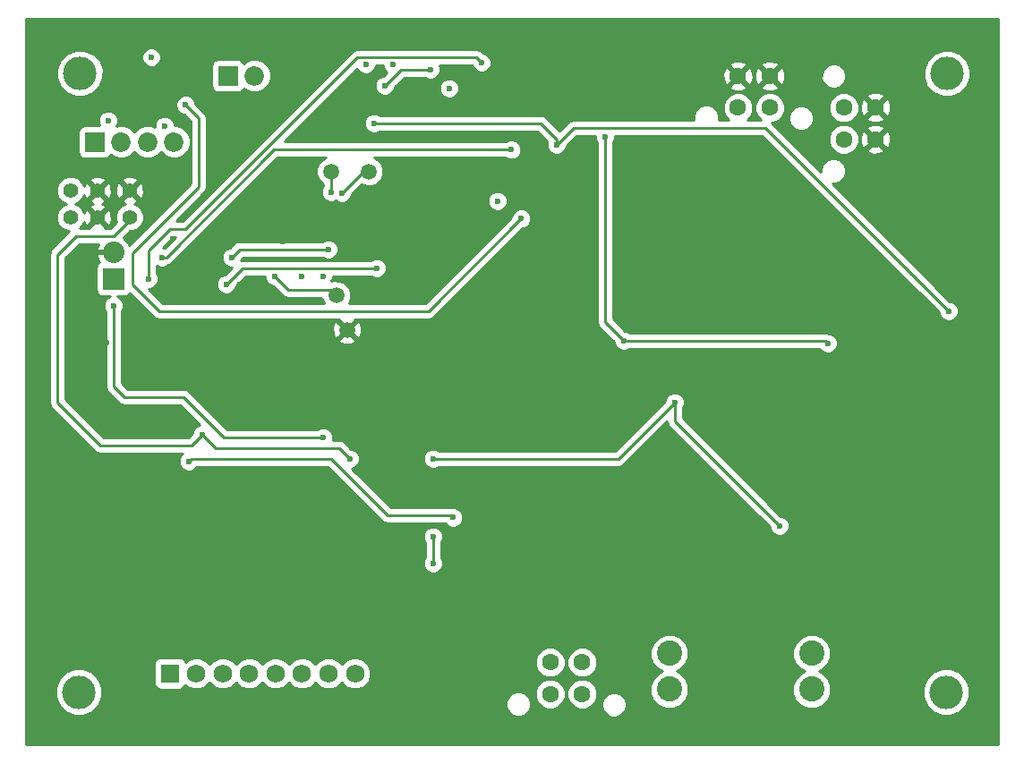
<source format=gbl>
G04 #@! TF.FileFunction,Copper,L4,Bot,Signal*
%FSLAX46Y46*%
G04 Gerber Fmt 4.6, Leading zero omitted, Abs format (unit mm)*
G04 Created by KiCad (PCBNEW 4.0.5+dfsg1-4) date Wed Feb  8 17:01:35 2017*
%MOMM*%
%LPD*%
G01*
G04 APERTURE LIST*
%ADD10C,0.100000*%
%ADD11C,0.600000*%
%ADD12C,3.175000*%
%ADD13C,2.387600*%
%ADD14R,2.032000X2.032000*%
%ADD15O,2.032000X2.032000*%
%ADD16R,1.750000X1.750000*%
%ADD17C,1.750000*%
%ADD18C,1.400000*%
%ADD19C,1.500000*%
%ADD20R,1.850000X1.850000*%
%ADD21C,1.850000*%
%ADD22C,1.600000*%
%ADD23C,0.250000*%
%ADD24C,0.254000*%
G04 APERTURE END LIST*
D10*
D11*
X133096000Y-73660000D03*
X144272000Y-92202000D03*
X139700000Y-97282000D03*
X144272000Y-96266000D03*
X142334000Y-78950000D03*
X144334000Y-83450000D03*
X107584000Y-107950000D03*
X108584000Y-105450000D03*
X141334000Y-128950000D03*
X189334000Y-119450000D03*
X188334000Y-103200000D03*
X189584000Y-78700000D03*
X144584000Y-80700000D03*
X129084000Y-97950000D03*
X124334000Y-98700000D03*
X119334000Y-96950000D03*
X140084000Y-126450000D03*
X112459000Y-72850000D03*
X115509000Y-81025000D03*
X109809000Y-88025000D03*
X109809000Y-86900000D03*
X111334000Y-95450000D03*
X112334000Y-101700000D03*
X109834000Y-100950000D03*
X111084000Y-101700000D03*
X109834000Y-99700000D03*
X109834000Y-98450000D03*
X109834000Y-97200000D03*
X109834000Y-95950000D03*
X141834000Y-82200000D03*
X141834000Y-83200000D03*
X141834000Y-84200000D03*
X141834000Y-85700000D03*
X141834000Y-86700000D03*
X141834000Y-87700000D03*
X135384000Y-107500000D03*
X142334000Y-117700000D03*
X142334000Y-118700000D03*
X138834000Y-118700000D03*
X139334000Y-120200000D03*
X139334000Y-121200000D03*
X139334000Y-122200000D03*
X140834000Y-122700000D03*
X148084000Y-71450000D03*
X149084000Y-71450000D03*
X150084000Y-71450000D03*
X151084000Y-71450000D03*
X124334000Y-83450000D03*
X130084000Y-79450000D03*
X127084000Y-84700000D03*
X124334000Y-84450000D03*
X124334000Y-85450000D03*
X127084000Y-83700000D03*
X129084000Y-78950000D03*
X129084000Y-83200000D03*
X130084000Y-82450000D03*
X130084000Y-81450000D03*
X130084000Y-80450000D03*
X117334000Y-65700000D03*
X194584000Y-65950000D03*
X192334000Y-65950000D03*
X189834000Y-65950000D03*
X187334000Y-65950000D03*
X184834000Y-65950000D03*
X182334000Y-65950000D03*
X179834000Y-65950000D03*
X177334000Y-65950000D03*
X174834000Y-65950000D03*
X172334000Y-65950000D03*
X169834000Y-65950000D03*
X167334000Y-65950000D03*
X164834000Y-65950000D03*
X162334000Y-65950000D03*
X159834000Y-65950000D03*
X157334000Y-65950000D03*
X154834000Y-65950000D03*
X152334000Y-65950000D03*
X149834000Y-65950000D03*
X147334000Y-65950000D03*
X144834000Y-65950000D03*
X142334000Y-65950000D03*
X139834000Y-65950000D03*
X137334000Y-65950000D03*
X134834000Y-65950000D03*
X132334000Y-65950000D03*
X129834000Y-65950000D03*
X127334000Y-65950000D03*
X124834000Y-65950000D03*
X122334000Y-65950000D03*
X119834000Y-65950000D03*
X114834000Y-65950000D03*
X112334000Y-65950000D03*
X109834000Y-65950000D03*
X107334000Y-65950000D03*
X194584000Y-67700000D03*
X194584000Y-70200000D03*
X194584000Y-72700000D03*
X194584000Y-75200000D03*
X194584000Y-77700000D03*
X194584000Y-80200000D03*
X194584000Y-82700000D03*
X194584000Y-85200000D03*
X194584000Y-87700000D03*
X194584000Y-90200000D03*
X194584000Y-92700000D03*
X194584000Y-95200000D03*
X194584000Y-97700000D03*
X194584000Y-100200000D03*
X194584000Y-102700000D03*
X194584000Y-105200000D03*
X194584000Y-107700000D03*
X194584000Y-110200000D03*
X194584000Y-112700000D03*
X194584000Y-115200000D03*
X194584000Y-117700000D03*
X194584000Y-120200000D03*
X194584000Y-122700000D03*
X194584000Y-125200000D03*
X194584000Y-127700000D03*
X194584000Y-130200000D03*
X192334000Y-132200000D03*
X189834000Y-132200000D03*
X187334000Y-132200000D03*
X184834000Y-132200000D03*
X182334000Y-132200000D03*
X179834000Y-132200000D03*
X177334000Y-132200000D03*
X174834000Y-132200000D03*
X172334000Y-132200000D03*
X169834000Y-132200000D03*
X167334000Y-132200000D03*
X164834000Y-132200000D03*
X162334000Y-132200000D03*
X159834000Y-132200000D03*
X157334000Y-132200000D03*
X154834000Y-132200000D03*
X152334000Y-132200000D03*
X149834000Y-132200000D03*
X147334000Y-132200000D03*
X144834000Y-132200000D03*
X142334000Y-132200000D03*
X139834000Y-132200000D03*
X137334000Y-132200000D03*
X134834000Y-132200000D03*
X132334000Y-132200000D03*
X129834000Y-132200000D03*
X127334000Y-132200000D03*
X124834000Y-132200000D03*
X122334000Y-132200000D03*
X119834000Y-132200000D03*
X117334000Y-132200000D03*
X114834000Y-132200000D03*
X112334000Y-132200000D03*
X109834000Y-132200000D03*
X107334000Y-132200000D03*
X104834000Y-131450000D03*
X104834000Y-128950000D03*
X104834000Y-126450000D03*
X104834000Y-123950000D03*
X104834000Y-121450000D03*
X104834000Y-118950000D03*
X104834000Y-116450000D03*
X104834000Y-113950000D03*
X104834000Y-111450000D03*
X104834000Y-108950000D03*
X104834000Y-106450000D03*
X104834000Y-103950000D03*
X104834000Y-101450000D03*
X104834000Y-98950000D03*
X104834000Y-96450000D03*
X104834000Y-93950000D03*
X104834000Y-91450000D03*
X104834000Y-88950000D03*
X104834000Y-86450000D03*
X104834000Y-83950000D03*
X104834000Y-81450000D03*
X104834000Y-78950000D03*
X104834000Y-76450000D03*
X104834000Y-73950000D03*
X104834000Y-71450000D03*
X104834000Y-68950000D03*
D12*
X190834000Y-69950000D03*
X108712000Y-128524000D03*
D13*
X178054000Y-124841000D03*
X164592000Y-124841000D03*
X164592000Y-128244600D03*
X178054000Y-128244600D03*
D14*
X112014000Y-89408000D03*
D15*
X112014000Y-86868000D03*
D16*
X117348000Y-126746000D03*
D17*
X119848000Y-126746000D03*
X122348000Y-126746000D03*
X124848000Y-126746000D03*
X127348000Y-126746000D03*
X129848000Y-126746000D03*
X132348000Y-126746000D03*
X134848000Y-126746000D03*
D18*
X107950000Y-81026000D03*
X110490000Y-81026000D03*
D19*
X136144000Y-79248000D03*
X134112000Y-94234000D03*
X133084000Y-90950000D03*
X132588000Y-79248000D03*
D18*
X107950000Y-83566000D03*
X110490000Y-83566000D03*
X113538000Y-83566000D03*
X113538000Y-81026000D03*
D20*
X110236000Y-76454000D03*
D21*
X112736000Y-76454000D03*
X115236000Y-76454000D03*
X117736000Y-76454000D03*
D12*
X108834000Y-69950000D03*
X190754000Y-128524000D03*
D11*
X104834000Y-66450000D03*
D20*
X122834000Y-70200000D03*
D21*
X125334000Y-70200000D03*
D22*
X171084000Y-70200000D03*
X174084000Y-70200000D03*
X171084000Y-73200000D03*
X174084000Y-73200000D03*
X184084000Y-73200000D03*
X184084000Y-76200000D03*
X181084000Y-73200000D03*
X181084000Y-76200000D03*
X153334000Y-125700000D03*
X156334000Y-125700000D03*
X153334000Y-128700000D03*
X156334000Y-128700000D03*
D11*
X143256000Y-89408000D03*
X128016000Y-85852000D03*
X131318000Y-107442000D03*
X117602000Y-85598000D03*
X120142000Y-89916000D03*
X117348000Y-104140000D03*
X125984000Y-89916000D03*
X123952000Y-89916000D03*
X149646538Y-77196843D03*
X116586000Y-87376000D03*
X136906000Y-88392000D03*
X122682000Y-89916000D03*
X179578000Y-95504000D03*
X158496000Y-75946000D03*
X160274000Y-95250000D03*
X142240000Y-116332000D03*
X142240000Y-113792000D03*
X175006000Y-112776000D03*
X142240000Y-106426000D03*
X165100000Y-101092000D03*
X119126000Y-106680000D03*
X144134000Y-112000000D03*
X131826000Y-104394000D03*
X112014000Y-91948000D03*
X136652000Y-74676000D03*
X153924000Y-76708000D03*
X191008000Y-92456000D03*
X132334000Y-86614000D03*
X123190000Y-87376000D03*
X115316000Y-89408000D03*
X146834000Y-68950000D03*
X134366000Y-106426000D03*
X120396000Y-104140000D03*
X127254000Y-89154000D03*
X132584000Y-81200000D03*
X133604000Y-81280000D03*
X116840000Y-74930000D03*
X138430000Y-69088000D03*
X131826000Y-89154000D03*
X115584000Y-68450000D03*
X148336000Y-82042000D03*
X135890000Y-69088000D03*
X129794000Y-89154000D03*
X150584000Y-83700000D03*
X118834000Y-72950000D03*
X141986000Y-69596000D03*
X137668000Y-71120000D03*
X143764000Y-71374000D03*
X111506000Y-74422000D03*
D23*
X149222274Y-77196843D02*
X149646538Y-77196843D01*
X127189421Y-77196843D02*
X149222274Y-77196843D01*
X117010264Y-87376000D02*
X127189421Y-77196843D01*
X116586000Y-87376000D02*
X117010264Y-87376000D01*
X124206000Y-88392000D02*
X136906000Y-88392000D01*
X122682000Y-89916000D02*
X124206000Y-88392000D01*
X179324000Y-95250000D02*
X160274000Y-95250000D01*
X179578000Y-95504000D02*
X179324000Y-95250000D01*
X158496000Y-93472000D02*
X158496000Y-75946000D01*
X160274000Y-95250000D02*
X158496000Y-93472000D01*
X142240000Y-113792000D02*
X142240000Y-116332000D01*
X165100000Y-102870000D02*
X165100000Y-101092000D01*
X175006000Y-112776000D02*
X165100000Y-102870000D01*
X159766000Y-106426000D02*
X142240000Y-106426000D01*
X165100000Y-101092000D02*
X159766000Y-106426000D01*
X137922000Y-111760000D02*
X143894000Y-111760000D01*
X119126000Y-106680000D02*
X119380000Y-106426000D01*
X119380000Y-106426000D02*
X132588000Y-106426000D01*
X132588000Y-106426000D02*
X137922000Y-111760000D01*
X143894000Y-111760000D02*
X144134000Y-112000000D01*
X131826000Y-104394000D02*
X122428000Y-104394000D01*
X122428000Y-104394000D02*
X118618000Y-100584000D01*
X118618000Y-100584000D02*
X113030000Y-100584000D01*
X113030000Y-100584000D02*
X112014000Y-99568000D01*
X112014000Y-99568000D02*
X112014000Y-91948000D01*
X191008000Y-92456000D02*
X173675040Y-75123040D01*
X173675040Y-75123040D02*
X155508960Y-75123040D01*
X155508960Y-75123040D02*
X153924000Y-76708000D01*
X136652000Y-74676000D02*
X152400000Y-74676000D01*
X152400000Y-74676000D02*
X153924000Y-76200000D01*
X153924000Y-76200000D02*
X153924000Y-76708000D01*
X123952000Y-86614000D02*
X132334000Y-86614000D01*
X123190000Y-87376000D02*
X123952000Y-86614000D01*
X115316000Y-86718000D02*
X115316000Y-89408000D01*
X117334000Y-84700000D02*
X115316000Y-86718000D01*
X118834000Y-84700000D02*
X117334000Y-84700000D01*
X135084000Y-68450000D02*
X118834000Y-84700000D01*
X146334000Y-68450000D02*
X135084000Y-68450000D01*
X146834000Y-68950000D02*
X146334000Y-68450000D01*
X133350000Y-105410000D02*
X134366000Y-106426000D01*
X121666000Y-105410000D02*
X133350000Y-105410000D01*
X121666000Y-105410000D02*
X120396000Y-104140000D01*
X113538000Y-83566000D02*
X113538000Y-83820000D01*
X113538000Y-83820000D02*
X112014000Y-85344000D01*
X106680000Y-101092000D02*
X106680000Y-87122000D01*
X106680000Y-101092000D02*
X110744000Y-105156000D01*
X110744000Y-105156000D02*
X119380000Y-105156000D01*
X120396000Y-104140000D02*
X119380000Y-105156000D01*
X108458000Y-85344000D02*
X106680000Y-87122000D01*
X112014000Y-85344000D02*
X108458000Y-85344000D01*
X128524000Y-90424000D02*
X132588000Y-90424000D01*
X127254000Y-89154000D02*
X128524000Y-90424000D01*
X132588000Y-81196000D02*
X132588000Y-79248000D01*
X132584000Y-81200000D02*
X132588000Y-81196000D01*
X133604000Y-81280000D02*
X135636000Y-79248000D01*
X135636000Y-79248000D02*
X136144000Y-79248000D01*
X113834000Y-89950000D02*
X113834000Y-86950000D01*
X150584000Y-83700000D02*
X141834000Y-92450000D01*
X141834000Y-92450000D02*
X116334000Y-92450000D01*
X113834000Y-89950000D02*
X116334000Y-92450000D01*
X120084000Y-74200000D02*
X118834000Y-72950000D01*
X120084000Y-80700000D02*
X120084000Y-74200000D01*
X113834000Y-86950000D02*
X120084000Y-80700000D01*
X139192000Y-69596000D02*
X141986000Y-69596000D01*
X137668000Y-71120000D02*
X139192000Y-69596000D01*
D24*
G36*
X195707000Y-133477000D02*
X103758912Y-133477000D01*
X103755769Y-128964143D01*
X106489115Y-128964143D01*
X106826758Y-129781300D01*
X107451411Y-130407045D01*
X108267978Y-130746113D01*
X109152143Y-130746885D01*
X109969300Y-130409242D01*
X110504799Y-129874677D01*
X149148794Y-129874677D01*
X149328820Y-130310372D01*
X149661875Y-130644009D01*
X150097255Y-130824794D01*
X150568677Y-130825206D01*
X151004372Y-130645180D01*
X151338009Y-130312125D01*
X151518794Y-129876745D01*
X151519206Y-129405323D01*
X151345196Y-128984187D01*
X151898752Y-128984187D01*
X152116757Y-129511800D01*
X152520077Y-129915824D01*
X153047309Y-130134750D01*
X153618187Y-130135248D01*
X154145800Y-129917243D01*
X154549824Y-129513923D01*
X154768750Y-128986691D01*
X154768752Y-128984187D01*
X154898752Y-128984187D01*
X155116757Y-129511800D01*
X155520077Y-129915824D01*
X156047309Y-130134750D01*
X156618187Y-130135248D01*
X157103606Y-129934677D01*
X158148794Y-129934677D01*
X158328820Y-130370372D01*
X158661875Y-130704009D01*
X159097255Y-130884794D01*
X159568677Y-130885206D01*
X160004372Y-130705180D01*
X160338009Y-130372125D01*
X160518794Y-129936745D01*
X160519206Y-129465323D01*
X160339180Y-129029628D01*
X160006125Y-128695991D01*
X159570745Y-128515206D01*
X159099323Y-128514794D01*
X158663628Y-128694820D01*
X158329991Y-129027875D01*
X158149206Y-129463255D01*
X158148794Y-129934677D01*
X157103606Y-129934677D01*
X157145800Y-129917243D01*
X157549824Y-129513923D01*
X157768750Y-128986691D01*
X157769248Y-128415813D01*
X157551243Y-127888200D01*
X157147923Y-127484176D01*
X156620691Y-127265250D01*
X156049813Y-127264752D01*
X155522200Y-127482757D01*
X155118176Y-127886077D01*
X154899250Y-128413309D01*
X154898752Y-128984187D01*
X154768752Y-128984187D01*
X154769248Y-128415813D01*
X154551243Y-127888200D01*
X154147923Y-127484176D01*
X153620691Y-127265250D01*
X153049813Y-127264752D01*
X152522200Y-127482757D01*
X152118176Y-127886077D01*
X151899250Y-128413309D01*
X151898752Y-128984187D01*
X151345196Y-128984187D01*
X151339180Y-128969628D01*
X151006125Y-128635991D01*
X150570745Y-128455206D01*
X150099323Y-128454794D01*
X149663628Y-128634820D01*
X149329991Y-128967875D01*
X149149206Y-129403255D01*
X149148794Y-129874677D01*
X110504799Y-129874677D01*
X110595045Y-129784589D01*
X110934113Y-128968022D01*
X110934885Y-128083857D01*
X110597242Y-127266700D01*
X109972589Y-126640955D01*
X109156022Y-126301887D01*
X108271857Y-126301115D01*
X107454700Y-126638758D01*
X106828955Y-127263411D01*
X106489887Y-128079978D01*
X106489115Y-128964143D01*
X103755769Y-128964143D01*
X103753615Y-125871000D01*
X115825560Y-125871000D01*
X115825560Y-127621000D01*
X115869838Y-127856317D01*
X116008910Y-128072441D01*
X116221110Y-128217431D01*
X116473000Y-128268440D01*
X118223000Y-128268440D01*
X118458317Y-128224162D01*
X118674441Y-128085090D01*
X118819431Y-127872890D01*
X118822786Y-127856324D01*
X118991537Y-128025370D01*
X119546325Y-128255738D01*
X120147040Y-128256262D01*
X120702229Y-128026862D01*
X121098318Y-127631464D01*
X121491537Y-128025370D01*
X122046325Y-128255738D01*
X122647040Y-128256262D01*
X123202229Y-128026862D01*
X123598318Y-127631464D01*
X123991537Y-128025370D01*
X124546325Y-128255738D01*
X125147040Y-128256262D01*
X125702229Y-128026862D01*
X126098318Y-127631464D01*
X126491537Y-128025370D01*
X127046325Y-128255738D01*
X127647040Y-128256262D01*
X128202229Y-128026862D01*
X128598318Y-127631464D01*
X128991537Y-128025370D01*
X129546325Y-128255738D01*
X130147040Y-128256262D01*
X130702229Y-128026862D01*
X131098318Y-127631464D01*
X131491537Y-128025370D01*
X132046325Y-128255738D01*
X132647040Y-128256262D01*
X133202229Y-128026862D01*
X133598318Y-127631464D01*
X133991537Y-128025370D01*
X134546325Y-128255738D01*
X135147040Y-128256262D01*
X135702229Y-128026862D01*
X136127370Y-127602463D01*
X136357738Y-127047675D01*
X136358262Y-126446960D01*
X136167048Y-125984187D01*
X151898752Y-125984187D01*
X152116757Y-126511800D01*
X152520077Y-126915824D01*
X153047309Y-127134750D01*
X153618187Y-127135248D01*
X154145800Y-126917243D01*
X154549824Y-126513923D01*
X154768750Y-125986691D01*
X154768752Y-125984187D01*
X154898752Y-125984187D01*
X155116757Y-126511800D01*
X155520077Y-126915824D01*
X156047309Y-127134750D01*
X156618187Y-127135248D01*
X157145800Y-126917243D01*
X157549824Y-126513923D01*
X157768750Y-125986691D01*
X157769248Y-125415813D01*
X157681388Y-125203175D01*
X162762884Y-125203175D01*
X163040715Y-125875578D01*
X163554716Y-126390477D01*
X163921623Y-126542830D01*
X163557422Y-126693315D01*
X163042523Y-127207316D01*
X162763518Y-127879233D01*
X162762884Y-128606775D01*
X163040715Y-129279178D01*
X163554716Y-129794077D01*
X164226633Y-130073082D01*
X164954175Y-130073716D01*
X165626578Y-129795885D01*
X166141477Y-129281884D01*
X166420482Y-128609967D01*
X166421116Y-127882425D01*
X166143285Y-127210022D01*
X165629284Y-126695123D01*
X165262377Y-126542770D01*
X165626578Y-126392285D01*
X166141477Y-125878284D01*
X166420482Y-125206367D01*
X166420484Y-125203175D01*
X176224884Y-125203175D01*
X176502715Y-125875578D01*
X177016716Y-126390477D01*
X177383623Y-126542830D01*
X177019422Y-126693315D01*
X176504523Y-127207316D01*
X176225518Y-127879233D01*
X176224884Y-128606775D01*
X176502715Y-129279178D01*
X177016716Y-129794077D01*
X177688633Y-130073082D01*
X178416175Y-130073716D01*
X179088578Y-129795885D01*
X179603477Y-129281884D01*
X179735414Y-128964143D01*
X188531115Y-128964143D01*
X188868758Y-129781300D01*
X189493411Y-130407045D01*
X190309978Y-130746113D01*
X191194143Y-130746885D01*
X192011300Y-130409242D01*
X192637045Y-129784589D01*
X192976113Y-128968022D01*
X192976885Y-128083857D01*
X192639242Y-127266700D01*
X192014589Y-126640955D01*
X191198022Y-126301887D01*
X190313857Y-126301115D01*
X189496700Y-126638758D01*
X188870955Y-127263411D01*
X188531887Y-128079978D01*
X188531115Y-128964143D01*
X179735414Y-128964143D01*
X179882482Y-128609967D01*
X179883116Y-127882425D01*
X179605285Y-127210022D01*
X179091284Y-126695123D01*
X178724377Y-126542770D01*
X179088578Y-126392285D01*
X179603477Y-125878284D01*
X179882482Y-125206367D01*
X179883116Y-124478825D01*
X179605285Y-123806422D01*
X179091284Y-123291523D01*
X178419367Y-123012518D01*
X177691825Y-123011884D01*
X177019422Y-123289715D01*
X176504523Y-123803716D01*
X176225518Y-124475633D01*
X176224884Y-125203175D01*
X166420484Y-125203175D01*
X166421116Y-124478825D01*
X166143285Y-123806422D01*
X165629284Y-123291523D01*
X164957367Y-123012518D01*
X164229825Y-123011884D01*
X163557422Y-123289715D01*
X163042523Y-123803716D01*
X162763518Y-124475633D01*
X162762884Y-125203175D01*
X157681388Y-125203175D01*
X157551243Y-124888200D01*
X157147923Y-124484176D01*
X156620691Y-124265250D01*
X156049813Y-124264752D01*
X155522200Y-124482757D01*
X155118176Y-124886077D01*
X154899250Y-125413309D01*
X154898752Y-125984187D01*
X154768752Y-125984187D01*
X154769248Y-125415813D01*
X154551243Y-124888200D01*
X154147923Y-124484176D01*
X153620691Y-124265250D01*
X153049813Y-124264752D01*
X152522200Y-124482757D01*
X152118176Y-124886077D01*
X151899250Y-125413309D01*
X151898752Y-125984187D01*
X136167048Y-125984187D01*
X136128862Y-125891771D01*
X135704463Y-125466630D01*
X135149675Y-125236262D01*
X134548960Y-125235738D01*
X133993771Y-125465138D01*
X133597682Y-125860536D01*
X133204463Y-125466630D01*
X132649675Y-125236262D01*
X132048960Y-125235738D01*
X131493771Y-125465138D01*
X131097682Y-125860536D01*
X130704463Y-125466630D01*
X130149675Y-125236262D01*
X129548960Y-125235738D01*
X128993771Y-125465138D01*
X128597682Y-125860536D01*
X128204463Y-125466630D01*
X127649675Y-125236262D01*
X127048960Y-125235738D01*
X126493771Y-125465138D01*
X126097682Y-125860536D01*
X125704463Y-125466630D01*
X125149675Y-125236262D01*
X124548960Y-125235738D01*
X123993771Y-125465138D01*
X123597682Y-125860536D01*
X123204463Y-125466630D01*
X122649675Y-125236262D01*
X122048960Y-125235738D01*
X121493771Y-125465138D01*
X121097682Y-125860536D01*
X120704463Y-125466630D01*
X120149675Y-125236262D01*
X119548960Y-125235738D01*
X118993771Y-125465138D01*
X118824897Y-125633717D01*
X118687090Y-125419559D01*
X118474890Y-125274569D01*
X118223000Y-125223560D01*
X116473000Y-125223560D01*
X116237683Y-125267838D01*
X116021559Y-125406910D01*
X115876569Y-125619110D01*
X115825560Y-125871000D01*
X103753615Y-125871000D01*
X103745330Y-113977167D01*
X141304838Y-113977167D01*
X141446883Y-114320943D01*
X141480000Y-114354118D01*
X141480000Y-115769537D01*
X141447808Y-115801673D01*
X141305162Y-116145201D01*
X141304838Y-116517167D01*
X141446883Y-116860943D01*
X141709673Y-117124192D01*
X142053201Y-117266838D01*
X142425167Y-117267162D01*
X142768943Y-117125117D01*
X143032192Y-116862327D01*
X143174838Y-116518799D01*
X143175162Y-116146833D01*
X143033117Y-115803057D01*
X143000000Y-115769882D01*
X143000000Y-114354463D01*
X143032192Y-114322327D01*
X143174838Y-113978799D01*
X143175162Y-113606833D01*
X143033117Y-113263057D01*
X142770327Y-112999808D01*
X142426799Y-112857162D01*
X142054833Y-112856838D01*
X141711057Y-112998883D01*
X141447808Y-113261673D01*
X141305162Y-113605201D01*
X141304838Y-113977167D01*
X103745330Y-113977167D01*
X103726621Y-87122000D01*
X105920000Y-87122000D01*
X105920000Y-101092000D01*
X105977852Y-101382839D01*
X106142599Y-101629401D01*
X110206599Y-105693401D01*
X110453161Y-105858148D01*
X110744000Y-105916000D01*
X118567889Y-105916000D01*
X118333808Y-106149673D01*
X118191162Y-106493201D01*
X118190838Y-106865167D01*
X118332883Y-107208943D01*
X118595673Y-107472192D01*
X118939201Y-107614838D01*
X119311167Y-107615162D01*
X119654943Y-107473117D01*
X119918192Y-107210327D01*
X119928294Y-107186000D01*
X132273198Y-107186000D01*
X137384599Y-112297401D01*
X137631161Y-112462148D01*
X137922000Y-112520000D01*
X143337188Y-112520000D01*
X143340883Y-112528943D01*
X143603673Y-112792192D01*
X143947201Y-112934838D01*
X144319167Y-112935162D01*
X144662943Y-112793117D01*
X144926192Y-112530327D01*
X145068838Y-112186799D01*
X145069162Y-111814833D01*
X144927117Y-111471057D01*
X144664327Y-111207808D01*
X144320799Y-111065162D01*
X144195616Y-111065053D01*
X144184839Y-111057852D01*
X143894000Y-111000000D01*
X138236802Y-111000000D01*
X134584281Y-107347479D01*
X134894943Y-107219117D01*
X135158192Y-106956327D01*
X135300838Y-106612799D01*
X135300839Y-106611167D01*
X141304838Y-106611167D01*
X141446883Y-106954943D01*
X141709673Y-107218192D01*
X142053201Y-107360838D01*
X142425167Y-107361162D01*
X142768943Y-107219117D01*
X142802118Y-107186000D01*
X159766000Y-107186000D01*
X160056839Y-107128148D01*
X160303401Y-106963401D01*
X164349424Y-102917378D01*
X164397852Y-103160839D01*
X164562599Y-103407401D01*
X174070878Y-112915680D01*
X174070838Y-112961167D01*
X174212883Y-113304943D01*
X174475673Y-113568192D01*
X174819201Y-113710838D01*
X175191167Y-113711162D01*
X175534943Y-113569117D01*
X175798192Y-113306327D01*
X175940838Y-112962799D01*
X175941162Y-112590833D01*
X175799117Y-112247057D01*
X175536327Y-111983808D01*
X175192799Y-111841162D01*
X175145923Y-111841121D01*
X165860000Y-102555198D01*
X165860000Y-101654463D01*
X165892192Y-101622327D01*
X166034838Y-101278799D01*
X166035162Y-100906833D01*
X165893117Y-100563057D01*
X165630327Y-100299808D01*
X165286799Y-100157162D01*
X164914833Y-100156838D01*
X164571057Y-100298883D01*
X164307808Y-100561673D01*
X164165162Y-100905201D01*
X164165121Y-100952077D01*
X159451198Y-105666000D01*
X142802463Y-105666000D01*
X142770327Y-105633808D01*
X142426799Y-105491162D01*
X142054833Y-105490838D01*
X141711057Y-105632883D01*
X141447808Y-105895673D01*
X141305162Y-106239201D01*
X141304838Y-106611167D01*
X135300839Y-106611167D01*
X135301162Y-106240833D01*
X135159117Y-105897057D01*
X134896327Y-105633808D01*
X134552799Y-105491162D01*
X134505923Y-105491121D01*
X133887401Y-104872599D01*
X133640839Y-104707852D01*
X133350000Y-104650000D01*
X132732103Y-104650000D01*
X132760838Y-104580799D01*
X132761162Y-104208833D01*
X132619117Y-103865057D01*
X132356327Y-103601808D01*
X132012799Y-103459162D01*
X131640833Y-103458838D01*
X131297057Y-103600883D01*
X131263882Y-103634000D01*
X122742802Y-103634000D01*
X119155401Y-100046599D01*
X118908839Y-99881852D01*
X118618000Y-99824000D01*
X113344802Y-99824000D01*
X112774000Y-99253198D01*
X112774000Y-95205517D01*
X133320088Y-95205517D01*
X133388077Y-95446460D01*
X133907171Y-95631201D01*
X134457448Y-95603230D01*
X134835923Y-95446460D01*
X134903912Y-95205517D01*
X134112000Y-94413605D01*
X133320088Y-95205517D01*
X112774000Y-95205517D01*
X112774000Y-94029171D01*
X132714799Y-94029171D01*
X132742770Y-94579448D01*
X132899540Y-94957923D01*
X133140483Y-95025912D01*
X133932395Y-94234000D01*
X134291605Y-94234000D01*
X135083517Y-95025912D01*
X135324460Y-94957923D01*
X135509201Y-94438829D01*
X135481230Y-93888552D01*
X135324460Y-93510077D01*
X135083517Y-93442088D01*
X134291605Y-94234000D01*
X133932395Y-94234000D01*
X133140483Y-93442088D01*
X132899540Y-93510077D01*
X132714799Y-94029171D01*
X112774000Y-94029171D01*
X112774000Y-92510463D01*
X112806192Y-92478327D01*
X112948838Y-92134799D01*
X112949162Y-91762833D01*
X112807117Y-91419057D01*
X112544327Y-91155808D01*
X112341147Y-91071440D01*
X113030000Y-91071440D01*
X113265317Y-91027162D01*
X113481441Y-90888090D01*
X113569057Y-90759859D01*
X115796599Y-92987401D01*
X116043161Y-93152148D01*
X116334000Y-93210000D01*
X133334898Y-93210000D01*
X133320088Y-93262483D01*
X134112000Y-94054395D01*
X134903912Y-93262483D01*
X134889102Y-93210000D01*
X141834000Y-93210000D01*
X142124839Y-93152148D01*
X142371401Y-92987401D01*
X150723680Y-84635122D01*
X150769167Y-84635162D01*
X151112943Y-84493117D01*
X151376192Y-84230327D01*
X151518838Y-83886799D01*
X151519162Y-83514833D01*
X151377117Y-83171057D01*
X151114327Y-82907808D01*
X150770799Y-82765162D01*
X150398833Y-82764838D01*
X150055057Y-82906883D01*
X149791808Y-83169673D01*
X149649162Y-83513201D01*
X149649121Y-83560077D01*
X141519198Y-91690000D01*
X134276381Y-91690000D01*
X134468759Y-91226702D01*
X134469240Y-90675715D01*
X134258831Y-90166485D01*
X133869564Y-89776539D01*
X133360702Y-89565241D01*
X132809715Y-89564760D01*
X132638458Y-89635522D01*
X132760838Y-89340799D01*
X132761002Y-89152000D01*
X136343537Y-89152000D01*
X136375673Y-89184192D01*
X136719201Y-89326838D01*
X137091167Y-89327162D01*
X137434943Y-89185117D01*
X137698192Y-88922327D01*
X137840838Y-88578799D01*
X137841162Y-88206833D01*
X137699117Y-87863057D01*
X137436327Y-87599808D01*
X137092799Y-87457162D01*
X136720833Y-87456838D01*
X136377057Y-87598883D01*
X136343882Y-87632000D01*
X124206000Y-87632000D01*
X124086209Y-87655828D01*
X124124838Y-87562799D01*
X124124879Y-87515923D01*
X124266802Y-87374000D01*
X131771537Y-87374000D01*
X131803673Y-87406192D01*
X132147201Y-87548838D01*
X132519167Y-87549162D01*
X132862943Y-87407117D01*
X133126192Y-87144327D01*
X133268838Y-86800799D01*
X133269162Y-86428833D01*
X133127117Y-86085057D01*
X132864327Y-85821808D01*
X132520799Y-85679162D01*
X132148833Y-85678838D01*
X131805057Y-85820883D01*
X131771882Y-85854000D01*
X123952000Y-85854000D01*
X123661161Y-85911852D01*
X123414599Y-86076599D01*
X123050320Y-86440878D01*
X123004833Y-86440838D01*
X122661057Y-86582883D01*
X122397808Y-86845673D01*
X122255162Y-87189201D01*
X122254838Y-87561167D01*
X122396883Y-87904943D01*
X122659673Y-88168192D01*
X123003201Y-88310838D01*
X123212178Y-88311020D01*
X122542320Y-88980878D01*
X122496833Y-88980838D01*
X122153057Y-89122883D01*
X121889808Y-89385673D01*
X121747162Y-89729201D01*
X121746838Y-90101167D01*
X121888883Y-90444943D01*
X122151673Y-90708192D01*
X122495201Y-90850838D01*
X122867167Y-90851162D01*
X123210943Y-90709117D01*
X123474192Y-90446327D01*
X123616838Y-90102799D01*
X123616879Y-90055923D01*
X124520802Y-89152000D01*
X126319001Y-89152000D01*
X126318838Y-89339167D01*
X126460883Y-89682943D01*
X126723673Y-89946192D01*
X127067201Y-90088838D01*
X127114077Y-90088879D01*
X127986599Y-90961401D01*
X128233160Y-91126148D01*
X128524000Y-91184000D01*
X131698795Y-91184000D01*
X131698760Y-91224285D01*
X131891189Y-91690000D01*
X116648802Y-91690000D01*
X115301790Y-90342988D01*
X115501167Y-90343162D01*
X115844943Y-90201117D01*
X116108192Y-89938327D01*
X116250838Y-89594799D01*
X116251162Y-89222833D01*
X116109117Y-88879057D01*
X116076000Y-88845882D01*
X116076000Y-88176633D01*
X116399201Y-88310838D01*
X116771167Y-88311162D01*
X117114943Y-88169117D01*
X117182422Y-88101755D01*
X117301103Y-88078148D01*
X117547665Y-87913401D01*
X123233899Y-82227167D01*
X147400838Y-82227167D01*
X147542883Y-82570943D01*
X147805673Y-82834192D01*
X148149201Y-82976838D01*
X148521167Y-82977162D01*
X148864943Y-82835117D01*
X149128192Y-82572327D01*
X149270838Y-82228799D01*
X149271162Y-81856833D01*
X149129117Y-81513057D01*
X148866327Y-81249808D01*
X148522799Y-81107162D01*
X148150833Y-81106838D01*
X147807057Y-81248883D01*
X147543808Y-81511673D01*
X147401162Y-81855201D01*
X147400838Y-82227167D01*
X123233899Y-82227167D01*
X127504223Y-77956843D01*
X132086016Y-77956843D01*
X131804485Y-78073169D01*
X131414539Y-78462436D01*
X131203241Y-78971298D01*
X131202760Y-79522285D01*
X131413169Y-80031515D01*
X131802436Y-80421461D01*
X131828000Y-80432076D01*
X131828000Y-80633544D01*
X131791808Y-80669673D01*
X131649162Y-81013201D01*
X131648838Y-81385167D01*
X131790883Y-81728943D01*
X132053673Y-81992192D01*
X132397201Y-82134838D01*
X132769167Y-82135162D01*
X133029255Y-82027696D01*
X133073673Y-82072192D01*
X133417201Y-82214838D01*
X133789167Y-82215162D01*
X134132943Y-82073117D01*
X134396192Y-81810327D01*
X134538838Y-81466799D01*
X134538879Y-81419923D01*
X135484850Y-80473952D01*
X135867298Y-80632759D01*
X136418285Y-80633240D01*
X136927515Y-80422831D01*
X137317461Y-80033564D01*
X137528759Y-79524702D01*
X137529240Y-78973715D01*
X137318831Y-78464485D01*
X136929564Y-78074539D01*
X136646121Y-77956843D01*
X149084075Y-77956843D01*
X149116211Y-77989035D01*
X149459739Y-78131681D01*
X149831705Y-78132005D01*
X150175481Y-77989960D01*
X150438730Y-77727170D01*
X150581376Y-77383642D01*
X150581700Y-77011676D01*
X150439655Y-76667900D01*
X150176865Y-76404651D01*
X149833337Y-76262005D01*
X149461371Y-76261681D01*
X149117595Y-76403726D01*
X149084420Y-76436843D01*
X128171959Y-76436843D01*
X129747635Y-74861167D01*
X135716838Y-74861167D01*
X135858883Y-75204943D01*
X136121673Y-75468192D01*
X136465201Y-75610838D01*
X136837167Y-75611162D01*
X137180943Y-75469117D01*
X137214118Y-75436000D01*
X152085198Y-75436000D01*
X153042338Y-76393140D01*
X152989162Y-76521201D01*
X152988838Y-76893167D01*
X153130883Y-77236943D01*
X153393673Y-77500192D01*
X153737201Y-77642838D01*
X154109167Y-77643162D01*
X154452943Y-77501117D01*
X154716192Y-77238327D01*
X154858838Y-76894799D01*
X154858879Y-76847923D01*
X155823762Y-75883040D01*
X157561054Y-75883040D01*
X157560838Y-76131167D01*
X157702883Y-76474943D01*
X157736000Y-76508118D01*
X157736000Y-93472000D01*
X157793852Y-93762839D01*
X157958599Y-94009401D01*
X159338878Y-95389680D01*
X159338838Y-95435167D01*
X159480883Y-95778943D01*
X159743673Y-96042192D01*
X160087201Y-96184838D01*
X160459167Y-96185162D01*
X160802943Y-96043117D01*
X160836118Y-96010000D01*
X178775403Y-96010000D01*
X178784883Y-96032943D01*
X179047673Y-96296192D01*
X179391201Y-96438838D01*
X179763167Y-96439162D01*
X180106943Y-96297117D01*
X180370192Y-96034327D01*
X180512838Y-95690799D01*
X180513162Y-95318833D01*
X180371117Y-94975057D01*
X180108327Y-94711808D01*
X179764799Y-94569162D01*
X179646578Y-94569059D01*
X179614839Y-94547852D01*
X179324000Y-94490000D01*
X160836463Y-94490000D01*
X160804327Y-94457808D01*
X160460799Y-94315162D01*
X160413923Y-94315121D01*
X159256000Y-93157198D01*
X159256000Y-76508463D01*
X159288192Y-76476327D01*
X159430838Y-76132799D01*
X159431056Y-75883040D01*
X173360238Y-75883040D01*
X190072878Y-92595680D01*
X190072838Y-92641167D01*
X190214883Y-92984943D01*
X190477673Y-93248192D01*
X190821201Y-93390838D01*
X191193167Y-93391162D01*
X191536943Y-93249117D01*
X191800192Y-92986327D01*
X191942838Y-92642799D01*
X191943162Y-92270833D01*
X191801117Y-91927057D01*
X191538327Y-91663808D01*
X191194799Y-91521162D01*
X191147923Y-91521121D01*
X180011740Y-80384938D01*
X180318677Y-80385206D01*
X180754372Y-80205180D01*
X181088009Y-79872125D01*
X181268794Y-79436745D01*
X181269206Y-78965323D01*
X181089180Y-78529628D01*
X180756125Y-78195991D01*
X180320745Y-78015206D01*
X179849323Y-78014794D01*
X179413628Y-78194820D01*
X179079991Y-78527875D01*
X178899206Y-78963255D01*
X178898936Y-79272134D01*
X176110989Y-76484187D01*
X179648752Y-76484187D01*
X179866757Y-77011800D01*
X180270077Y-77415824D01*
X180797309Y-77634750D01*
X181368187Y-77635248D01*
X181895800Y-77417243D01*
X182105663Y-77207745D01*
X183255861Y-77207745D01*
X183329995Y-77453864D01*
X183867223Y-77646965D01*
X184437454Y-77619778D01*
X184838005Y-77453864D01*
X184912139Y-77207745D01*
X184084000Y-76379605D01*
X183255861Y-77207745D01*
X182105663Y-77207745D01*
X182299824Y-77013923D01*
X182518750Y-76486691D01*
X182519189Y-75983223D01*
X182637035Y-75983223D01*
X182664222Y-76553454D01*
X182830136Y-76954005D01*
X183076255Y-77028139D01*
X183904395Y-76200000D01*
X184263605Y-76200000D01*
X185091745Y-77028139D01*
X185337864Y-76954005D01*
X185530965Y-76416777D01*
X185503778Y-75846546D01*
X185337864Y-75445995D01*
X185091745Y-75371861D01*
X184263605Y-76200000D01*
X183904395Y-76200000D01*
X183076255Y-75371861D01*
X182830136Y-75445995D01*
X182637035Y-75983223D01*
X182519189Y-75983223D01*
X182519248Y-75915813D01*
X182301243Y-75388200D01*
X182105640Y-75192255D01*
X183255861Y-75192255D01*
X184084000Y-76020395D01*
X184912139Y-75192255D01*
X184838005Y-74946136D01*
X184300777Y-74753035D01*
X183730546Y-74780222D01*
X183329995Y-74946136D01*
X183255861Y-75192255D01*
X182105640Y-75192255D01*
X181897923Y-74984176D01*
X181370691Y-74765250D01*
X180799813Y-74764752D01*
X180272200Y-74982757D01*
X179868176Y-75386077D01*
X179649250Y-75913309D01*
X179648752Y-76484187D01*
X176110989Y-76484187D01*
X174261957Y-74635155D01*
X174368187Y-74635248D01*
X174853606Y-74434677D01*
X175898794Y-74434677D01*
X176078820Y-74870372D01*
X176411875Y-75204009D01*
X176847255Y-75384794D01*
X177318677Y-75385206D01*
X177754372Y-75205180D01*
X178088009Y-74872125D01*
X178268794Y-74436745D01*
X178269206Y-73965323D01*
X178089180Y-73529628D01*
X178043819Y-73484187D01*
X179648752Y-73484187D01*
X179866757Y-74011800D01*
X180270077Y-74415824D01*
X180797309Y-74634750D01*
X181368187Y-74635248D01*
X181895800Y-74417243D01*
X182105663Y-74207745D01*
X183255861Y-74207745D01*
X183329995Y-74453864D01*
X183867223Y-74646965D01*
X184437454Y-74619778D01*
X184838005Y-74453864D01*
X184912139Y-74207745D01*
X184084000Y-73379605D01*
X183255861Y-74207745D01*
X182105663Y-74207745D01*
X182299824Y-74013923D01*
X182518750Y-73486691D01*
X182519189Y-72983223D01*
X182637035Y-72983223D01*
X182664222Y-73553454D01*
X182830136Y-73954005D01*
X183076255Y-74028139D01*
X183904395Y-73200000D01*
X184263605Y-73200000D01*
X185091745Y-74028139D01*
X185337864Y-73954005D01*
X185530965Y-73416777D01*
X185503778Y-72846546D01*
X185337864Y-72445995D01*
X185091745Y-72371861D01*
X184263605Y-73200000D01*
X183904395Y-73200000D01*
X183076255Y-72371861D01*
X182830136Y-72445995D01*
X182637035Y-72983223D01*
X182519189Y-72983223D01*
X182519248Y-72915813D01*
X182301243Y-72388200D01*
X182105640Y-72192255D01*
X183255861Y-72192255D01*
X184084000Y-73020395D01*
X184912139Y-72192255D01*
X184838005Y-71946136D01*
X184300777Y-71753035D01*
X183730546Y-71780222D01*
X183329995Y-71946136D01*
X183255861Y-72192255D01*
X182105640Y-72192255D01*
X181897923Y-71984176D01*
X181370691Y-71765250D01*
X180799813Y-71764752D01*
X180272200Y-71982757D01*
X179868176Y-72386077D01*
X179649250Y-72913309D01*
X179648752Y-73484187D01*
X178043819Y-73484187D01*
X177756125Y-73195991D01*
X177320745Y-73015206D01*
X176849323Y-73014794D01*
X176413628Y-73194820D01*
X176079991Y-73527875D01*
X175899206Y-73963255D01*
X175898794Y-74434677D01*
X174853606Y-74434677D01*
X174895800Y-74417243D01*
X175299824Y-74013923D01*
X175518750Y-73486691D01*
X175519248Y-72915813D01*
X175301243Y-72388200D01*
X174897923Y-71984176D01*
X174370691Y-71765250D01*
X173799813Y-71764752D01*
X173272200Y-71982757D01*
X172868176Y-72386077D01*
X172649250Y-72913309D01*
X172648752Y-73484187D01*
X172866757Y-74011800D01*
X173217385Y-74363040D01*
X171950098Y-74363040D01*
X172299824Y-74013923D01*
X172518750Y-73486691D01*
X172519248Y-72915813D01*
X172301243Y-72388200D01*
X171897923Y-71984176D01*
X171370691Y-71765250D01*
X170799813Y-71764752D01*
X170272200Y-71982757D01*
X169868176Y-72386077D01*
X169649250Y-72913309D01*
X169648752Y-73484187D01*
X169866757Y-74011800D01*
X170217385Y-74363040D01*
X169268806Y-74363040D01*
X169269206Y-73905323D01*
X169089180Y-73469628D01*
X168756125Y-73135991D01*
X168320745Y-72955206D01*
X167849323Y-72954794D01*
X167413628Y-73134820D01*
X167079991Y-73467875D01*
X166899206Y-73903255D01*
X166898804Y-74363040D01*
X155508960Y-74363040D01*
X155218121Y-74420892D01*
X154971559Y-74585639D01*
X154178000Y-75379198D01*
X152937401Y-74138599D01*
X152690839Y-73973852D01*
X152400000Y-73916000D01*
X137214463Y-73916000D01*
X137182327Y-73883808D01*
X136838799Y-73741162D01*
X136466833Y-73740838D01*
X136123057Y-73882883D01*
X135859808Y-74145673D01*
X135717162Y-74489201D01*
X135716838Y-74861167D01*
X129747635Y-74861167D01*
X135066176Y-69542626D01*
X135096883Y-69616943D01*
X135359673Y-69880192D01*
X135703201Y-70022838D01*
X136075167Y-70023162D01*
X136418943Y-69881117D01*
X136682192Y-69618327D01*
X136824838Y-69274799D01*
X136824894Y-69210000D01*
X137494893Y-69210000D01*
X137494838Y-69273167D01*
X137636883Y-69616943D01*
X137866369Y-69846829D01*
X137528320Y-70184878D01*
X137482833Y-70184838D01*
X137139057Y-70326883D01*
X136875808Y-70589673D01*
X136733162Y-70933201D01*
X136732838Y-71305167D01*
X136874883Y-71648943D01*
X137137673Y-71912192D01*
X137481201Y-72054838D01*
X137853167Y-72055162D01*
X138196943Y-71913117D01*
X138460192Y-71650327D01*
X138498045Y-71559167D01*
X142828838Y-71559167D01*
X142970883Y-71902943D01*
X143233673Y-72166192D01*
X143577201Y-72308838D01*
X143949167Y-72309162D01*
X144292943Y-72167117D01*
X144556192Y-71904327D01*
X144698838Y-71560799D01*
X144699145Y-71207745D01*
X170255861Y-71207745D01*
X170329995Y-71453864D01*
X170867223Y-71646965D01*
X171437454Y-71619778D01*
X171838005Y-71453864D01*
X171912139Y-71207745D01*
X173255861Y-71207745D01*
X173329995Y-71453864D01*
X173867223Y-71646965D01*
X174437454Y-71619778D01*
X174838005Y-71453864D01*
X174912139Y-71207745D01*
X174084000Y-70379605D01*
X173255861Y-71207745D01*
X171912139Y-71207745D01*
X171084000Y-70379605D01*
X170255861Y-71207745D01*
X144699145Y-71207745D01*
X144699162Y-71188833D01*
X144557117Y-70845057D01*
X144294327Y-70581808D01*
X143950799Y-70439162D01*
X143578833Y-70438838D01*
X143235057Y-70580883D01*
X142971808Y-70843673D01*
X142829162Y-71187201D01*
X142828838Y-71559167D01*
X138498045Y-71559167D01*
X138602838Y-71306799D01*
X138602879Y-71259923D01*
X139506802Y-70356000D01*
X141423537Y-70356000D01*
X141455673Y-70388192D01*
X141799201Y-70530838D01*
X142171167Y-70531162D01*
X142514943Y-70389117D01*
X142778192Y-70126327D01*
X142837614Y-69983223D01*
X169637035Y-69983223D01*
X169664222Y-70553454D01*
X169830136Y-70954005D01*
X170076255Y-71028139D01*
X170904395Y-70200000D01*
X171263605Y-70200000D01*
X172091745Y-71028139D01*
X172337864Y-70954005D01*
X172530965Y-70416777D01*
X172510295Y-69983223D01*
X172637035Y-69983223D01*
X172664222Y-70553454D01*
X172830136Y-70954005D01*
X173076255Y-71028139D01*
X173904395Y-70200000D01*
X174263605Y-70200000D01*
X175091745Y-71028139D01*
X175337864Y-70954005D01*
X175524531Y-70434677D01*
X178958794Y-70434677D01*
X179138820Y-70870372D01*
X179471875Y-71204009D01*
X179907255Y-71384794D01*
X180378677Y-71385206D01*
X180814372Y-71205180D01*
X181148009Y-70872125D01*
X181328794Y-70436745D01*
X181328834Y-70390143D01*
X188611115Y-70390143D01*
X188948758Y-71207300D01*
X189573411Y-71833045D01*
X190389978Y-72172113D01*
X191274143Y-72172885D01*
X192091300Y-71835242D01*
X192717045Y-71210589D01*
X193056113Y-70394022D01*
X193056885Y-69509857D01*
X192719242Y-68692700D01*
X192094589Y-68066955D01*
X191278022Y-67727887D01*
X190393857Y-67727115D01*
X189576700Y-68064758D01*
X188950955Y-68689411D01*
X188611887Y-69505978D01*
X188611115Y-70390143D01*
X181328834Y-70390143D01*
X181329206Y-69965323D01*
X181149180Y-69529628D01*
X180816125Y-69195991D01*
X180380745Y-69015206D01*
X179909323Y-69014794D01*
X179473628Y-69194820D01*
X179139991Y-69527875D01*
X178959206Y-69963255D01*
X178958794Y-70434677D01*
X175524531Y-70434677D01*
X175530965Y-70416777D01*
X175503778Y-69846546D01*
X175337864Y-69445995D01*
X175091745Y-69371861D01*
X174263605Y-70200000D01*
X173904395Y-70200000D01*
X173076255Y-69371861D01*
X172830136Y-69445995D01*
X172637035Y-69983223D01*
X172510295Y-69983223D01*
X172503778Y-69846546D01*
X172337864Y-69445995D01*
X172091745Y-69371861D01*
X171263605Y-70200000D01*
X170904395Y-70200000D01*
X170076255Y-69371861D01*
X169830136Y-69445995D01*
X169637035Y-69983223D01*
X142837614Y-69983223D01*
X142920838Y-69782799D01*
X142921162Y-69410833D01*
X142838180Y-69210000D01*
X145929758Y-69210000D01*
X146040883Y-69478943D01*
X146303673Y-69742192D01*
X146647201Y-69884838D01*
X147019167Y-69885162D01*
X147362943Y-69743117D01*
X147626192Y-69480327D01*
X147745810Y-69192255D01*
X170255861Y-69192255D01*
X171084000Y-70020395D01*
X171912139Y-69192255D01*
X173255861Y-69192255D01*
X174084000Y-70020395D01*
X174912139Y-69192255D01*
X174838005Y-68946136D01*
X174300777Y-68753035D01*
X173730546Y-68780222D01*
X173329995Y-68946136D01*
X173255861Y-69192255D01*
X171912139Y-69192255D01*
X171838005Y-68946136D01*
X171300777Y-68753035D01*
X170730546Y-68780222D01*
X170329995Y-68946136D01*
X170255861Y-69192255D01*
X147745810Y-69192255D01*
X147768838Y-69136799D01*
X147769162Y-68764833D01*
X147627117Y-68421057D01*
X147364327Y-68157808D01*
X147020799Y-68015162D01*
X146973923Y-68015121D01*
X146871401Y-67912599D01*
X146624839Y-67747852D01*
X146334000Y-67690000D01*
X135084000Y-67690000D01*
X134793160Y-67747852D01*
X134546599Y-67912599D01*
X118519198Y-83940000D01*
X117918802Y-83940000D01*
X120621401Y-81237401D01*
X120786148Y-80990839D01*
X120844000Y-80700000D01*
X120844000Y-74200000D01*
X120786148Y-73909161D01*
X120621401Y-73662599D01*
X119769122Y-72810320D01*
X119769162Y-72764833D01*
X119627117Y-72421057D01*
X119364327Y-72157808D01*
X119020799Y-72015162D01*
X118648833Y-72014838D01*
X118305057Y-72156883D01*
X118041808Y-72419673D01*
X117899162Y-72763201D01*
X117898838Y-73135167D01*
X118040883Y-73478943D01*
X118303673Y-73742192D01*
X118647201Y-73884838D01*
X118694077Y-73884879D01*
X119324000Y-74514802D01*
X119324000Y-80385198D01*
X113504042Y-86205156D01*
X113420385Y-86003182D01*
X112982379Y-85530812D01*
X112927286Y-85505516D01*
X113531807Y-84900995D01*
X113802383Y-84901231D01*
X114293229Y-84698418D01*
X114669098Y-84323204D01*
X114872768Y-83832713D01*
X114873231Y-83301617D01*
X114670418Y-82810771D01*
X114295204Y-82434902D01*
X113976788Y-82302684D01*
X114231831Y-82197042D01*
X114293669Y-81961275D01*
X113538000Y-81205605D01*
X112782331Y-81961275D01*
X112844169Y-82197042D01*
X113120111Y-82294196D01*
X112782771Y-82433582D01*
X112406902Y-82808796D01*
X112203232Y-83299287D01*
X112202769Y-83830383D01*
X112275878Y-84007320D01*
X111699198Y-84584000D01*
X111223972Y-84584000D01*
X111245669Y-84501275D01*
X110490000Y-83745605D01*
X109734331Y-84501275D01*
X109756028Y-84584000D01*
X108819847Y-84584000D01*
X109081098Y-84323204D01*
X109213316Y-84004788D01*
X109318958Y-84259831D01*
X109554725Y-84321669D01*
X110310395Y-83566000D01*
X110669605Y-83566000D01*
X111425275Y-84321669D01*
X111661042Y-84259831D01*
X111837419Y-83758878D01*
X111808664Y-83228560D01*
X111661042Y-82872169D01*
X111425275Y-82810331D01*
X110669605Y-83566000D01*
X110310395Y-83566000D01*
X109554725Y-82810331D01*
X109318958Y-82872169D01*
X109221804Y-83148111D01*
X109082418Y-82810771D01*
X108707204Y-82434902D01*
X108372473Y-82295909D01*
X108705229Y-82158418D01*
X108902716Y-81961275D01*
X109734331Y-81961275D01*
X109796169Y-82197042D01*
X110054445Y-82287977D01*
X109796169Y-82394958D01*
X109734331Y-82630725D01*
X110490000Y-83386395D01*
X111245669Y-82630725D01*
X111183831Y-82394958D01*
X110925555Y-82304023D01*
X111183831Y-82197042D01*
X111245669Y-81961275D01*
X110490000Y-81205605D01*
X109734331Y-81961275D01*
X108902716Y-81961275D01*
X109081098Y-81783204D01*
X109213316Y-81464788D01*
X109318958Y-81719831D01*
X109554725Y-81781669D01*
X110310395Y-81026000D01*
X110669605Y-81026000D01*
X111425275Y-81781669D01*
X111661042Y-81719831D01*
X111837419Y-81218878D01*
X111816503Y-80833122D01*
X112190581Y-80833122D01*
X112219336Y-81363440D01*
X112366958Y-81719831D01*
X112602725Y-81781669D01*
X113358395Y-81026000D01*
X113717605Y-81026000D01*
X114473275Y-81781669D01*
X114709042Y-81719831D01*
X114885419Y-81218878D01*
X114856664Y-80688560D01*
X114709042Y-80332169D01*
X114473275Y-80270331D01*
X113717605Y-81026000D01*
X113358395Y-81026000D01*
X112602725Y-80270331D01*
X112366958Y-80332169D01*
X112190581Y-80833122D01*
X111816503Y-80833122D01*
X111808664Y-80688560D01*
X111661042Y-80332169D01*
X111425275Y-80270331D01*
X110669605Y-81026000D01*
X110310395Y-81026000D01*
X109554725Y-80270331D01*
X109318958Y-80332169D01*
X109221804Y-80608111D01*
X109082418Y-80270771D01*
X108902686Y-80090725D01*
X109734331Y-80090725D01*
X110490000Y-80846395D01*
X111245669Y-80090725D01*
X112782331Y-80090725D01*
X113538000Y-80846395D01*
X114293669Y-80090725D01*
X114231831Y-79854958D01*
X113730878Y-79678581D01*
X113200560Y-79707336D01*
X112844169Y-79854958D01*
X112782331Y-80090725D01*
X111245669Y-80090725D01*
X111183831Y-79854958D01*
X110682878Y-79678581D01*
X110152560Y-79707336D01*
X109796169Y-79854958D01*
X109734331Y-80090725D01*
X108902686Y-80090725D01*
X108707204Y-79894902D01*
X108216713Y-79691232D01*
X107685617Y-79690769D01*
X107194771Y-79893582D01*
X106818902Y-80268796D01*
X106615232Y-80759287D01*
X106614769Y-81290383D01*
X106817582Y-81781229D01*
X107192796Y-82157098D01*
X107527527Y-82296091D01*
X107194771Y-82433582D01*
X106818902Y-82808796D01*
X106615232Y-83299287D01*
X106614769Y-83830383D01*
X106817582Y-84321229D01*
X107192796Y-84697098D01*
X107683287Y-84900768D01*
X107826305Y-84900893D01*
X106142599Y-86584599D01*
X105977852Y-86831161D01*
X105920000Y-87122000D01*
X103726621Y-87122000D01*
X103718545Y-75529000D01*
X108663560Y-75529000D01*
X108663560Y-77379000D01*
X108707838Y-77614317D01*
X108846910Y-77830441D01*
X109059110Y-77975431D01*
X109311000Y-78026440D01*
X111161000Y-78026440D01*
X111396317Y-77982162D01*
X111612441Y-77843090D01*
X111736771Y-77661126D01*
X111851177Y-77775732D01*
X112424336Y-78013728D01*
X113044942Y-78014270D01*
X113618514Y-77777275D01*
X113986256Y-77410174D01*
X114351177Y-77775732D01*
X114924336Y-78013728D01*
X115544942Y-78014270D01*
X116118514Y-77777275D01*
X116486256Y-77410174D01*
X116851177Y-77775732D01*
X117424336Y-78013728D01*
X118044942Y-78014270D01*
X118618514Y-77777275D01*
X119057732Y-77338823D01*
X119295728Y-76765664D01*
X119296270Y-76145058D01*
X119059275Y-75571486D01*
X118620823Y-75132268D01*
X118047664Y-74894272D01*
X117775032Y-74894034D01*
X117775162Y-74744833D01*
X117633117Y-74401057D01*
X117370327Y-74137808D01*
X117026799Y-73995162D01*
X116654833Y-73994838D01*
X116311057Y-74136883D01*
X116047808Y-74399673D01*
X115905162Y-74743201D01*
X115904901Y-75042610D01*
X115547664Y-74894272D01*
X114927058Y-74893730D01*
X114353486Y-75130725D01*
X113985744Y-75497826D01*
X113620823Y-75132268D01*
X113047664Y-74894272D01*
X112427058Y-74893730D01*
X112300874Y-74945868D01*
X112440838Y-74608799D01*
X112441162Y-74236833D01*
X112299117Y-73893057D01*
X112036327Y-73629808D01*
X111692799Y-73487162D01*
X111320833Y-73486838D01*
X110977057Y-73628883D01*
X110713808Y-73891673D01*
X110571162Y-74235201D01*
X110570838Y-74607167D01*
X110684215Y-74881560D01*
X109311000Y-74881560D01*
X109075683Y-74925838D01*
X108859559Y-75064910D01*
X108714569Y-75277110D01*
X108663560Y-75529000D01*
X103718545Y-75529000D01*
X103714965Y-70390143D01*
X106611115Y-70390143D01*
X106948758Y-71207300D01*
X107573411Y-71833045D01*
X108389978Y-72172113D01*
X109274143Y-72172885D01*
X110091300Y-71835242D01*
X110717045Y-71210589D01*
X111056113Y-70394022D01*
X111056885Y-69509857D01*
X110719242Y-68692700D01*
X110661810Y-68635167D01*
X114648838Y-68635167D01*
X114790883Y-68978943D01*
X115053673Y-69242192D01*
X115397201Y-69384838D01*
X115769167Y-69385162D01*
X116035780Y-69275000D01*
X121261560Y-69275000D01*
X121261560Y-71125000D01*
X121305838Y-71360317D01*
X121444910Y-71576441D01*
X121657110Y-71721431D01*
X121909000Y-71772440D01*
X123759000Y-71772440D01*
X123994317Y-71728162D01*
X124210441Y-71589090D01*
X124334771Y-71407126D01*
X124449177Y-71521732D01*
X125022336Y-71759728D01*
X125642942Y-71760270D01*
X126216514Y-71523275D01*
X126655732Y-71084823D01*
X126893728Y-70511664D01*
X126894270Y-69891058D01*
X126657275Y-69317486D01*
X126218823Y-68878268D01*
X125645664Y-68640272D01*
X125025058Y-68639730D01*
X124451486Y-68876725D01*
X124333251Y-68994754D01*
X124223090Y-68823559D01*
X124010890Y-68678569D01*
X123759000Y-68627560D01*
X121909000Y-68627560D01*
X121673683Y-68671838D01*
X121457559Y-68810910D01*
X121312569Y-69023110D01*
X121261560Y-69275000D01*
X116035780Y-69275000D01*
X116112943Y-69243117D01*
X116376192Y-68980327D01*
X116518838Y-68636799D01*
X116519162Y-68264833D01*
X116377117Y-67921057D01*
X116114327Y-67657808D01*
X115770799Y-67515162D01*
X115398833Y-67514838D01*
X115055057Y-67656883D01*
X114791808Y-67919673D01*
X114649162Y-68263201D01*
X114648838Y-68635167D01*
X110661810Y-68635167D01*
X110094589Y-68066955D01*
X109278022Y-67727887D01*
X108393857Y-67727115D01*
X107576700Y-68064758D01*
X106950955Y-68689411D01*
X106611887Y-69505978D01*
X106611115Y-70390143D01*
X103714965Y-70390143D01*
X103711089Y-64827000D01*
X195707000Y-64827000D01*
X195707000Y-133477000D01*
X195707000Y-133477000D01*
G37*
X195707000Y-133477000D02*
X103758912Y-133477000D01*
X103755769Y-128964143D01*
X106489115Y-128964143D01*
X106826758Y-129781300D01*
X107451411Y-130407045D01*
X108267978Y-130746113D01*
X109152143Y-130746885D01*
X109969300Y-130409242D01*
X110504799Y-129874677D01*
X149148794Y-129874677D01*
X149328820Y-130310372D01*
X149661875Y-130644009D01*
X150097255Y-130824794D01*
X150568677Y-130825206D01*
X151004372Y-130645180D01*
X151338009Y-130312125D01*
X151518794Y-129876745D01*
X151519206Y-129405323D01*
X151345196Y-128984187D01*
X151898752Y-128984187D01*
X152116757Y-129511800D01*
X152520077Y-129915824D01*
X153047309Y-130134750D01*
X153618187Y-130135248D01*
X154145800Y-129917243D01*
X154549824Y-129513923D01*
X154768750Y-128986691D01*
X154768752Y-128984187D01*
X154898752Y-128984187D01*
X155116757Y-129511800D01*
X155520077Y-129915824D01*
X156047309Y-130134750D01*
X156618187Y-130135248D01*
X157103606Y-129934677D01*
X158148794Y-129934677D01*
X158328820Y-130370372D01*
X158661875Y-130704009D01*
X159097255Y-130884794D01*
X159568677Y-130885206D01*
X160004372Y-130705180D01*
X160338009Y-130372125D01*
X160518794Y-129936745D01*
X160519206Y-129465323D01*
X160339180Y-129029628D01*
X160006125Y-128695991D01*
X159570745Y-128515206D01*
X159099323Y-128514794D01*
X158663628Y-128694820D01*
X158329991Y-129027875D01*
X158149206Y-129463255D01*
X158148794Y-129934677D01*
X157103606Y-129934677D01*
X157145800Y-129917243D01*
X157549824Y-129513923D01*
X157768750Y-128986691D01*
X157769248Y-128415813D01*
X157551243Y-127888200D01*
X157147923Y-127484176D01*
X156620691Y-127265250D01*
X156049813Y-127264752D01*
X155522200Y-127482757D01*
X155118176Y-127886077D01*
X154899250Y-128413309D01*
X154898752Y-128984187D01*
X154768752Y-128984187D01*
X154769248Y-128415813D01*
X154551243Y-127888200D01*
X154147923Y-127484176D01*
X153620691Y-127265250D01*
X153049813Y-127264752D01*
X152522200Y-127482757D01*
X152118176Y-127886077D01*
X151899250Y-128413309D01*
X151898752Y-128984187D01*
X151345196Y-128984187D01*
X151339180Y-128969628D01*
X151006125Y-128635991D01*
X150570745Y-128455206D01*
X150099323Y-128454794D01*
X149663628Y-128634820D01*
X149329991Y-128967875D01*
X149149206Y-129403255D01*
X149148794Y-129874677D01*
X110504799Y-129874677D01*
X110595045Y-129784589D01*
X110934113Y-128968022D01*
X110934885Y-128083857D01*
X110597242Y-127266700D01*
X109972589Y-126640955D01*
X109156022Y-126301887D01*
X108271857Y-126301115D01*
X107454700Y-126638758D01*
X106828955Y-127263411D01*
X106489887Y-128079978D01*
X106489115Y-128964143D01*
X103755769Y-128964143D01*
X103753615Y-125871000D01*
X115825560Y-125871000D01*
X115825560Y-127621000D01*
X115869838Y-127856317D01*
X116008910Y-128072441D01*
X116221110Y-128217431D01*
X116473000Y-128268440D01*
X118223000Y-128268440D01*
X118458317Y-128224162D01*
X118674441Y-128085090D01*
X118819431Y-127872890D01*
X118822786Y-127856324D01*
X118991537Y-128025370D01*
X119546325Y-128255738D01*
X120147040Y-128256262D01*
X120702229Y-128026862D01*
X121098318Y-127631464D01*
X121491537Y-128025370D01*
X122046325Y-128255738D01*
X122647040Y-128256262D01*
X123202229Y-128026862D01*
X123598318Y-127631464D01*
X123991537Y-128025370D01*
X124546325Y-128255738D01*
X125147040Y-128256262D01*
X125702229Y-128026862D01*
X126098318Y-127631464D01*
X126491537Y-128025370D01*
X127046325Y-128255738D01*
X127647040Y-128256262D01*
X128202229Y-128026862D01*
X128598318Y-127631464D01*
X128991537Y-128025370D01*
X129546325Y-128255738D01*
X130147040Y-128256262D01*
X130702229Y-128026862D01*
X131098318Y-127631464D01*
X131491537Y-128025370D01*
X132046325Y-128255738D01*
X132647040Y-128256262D01*
X133202229Y-128026862D01*
X133598318Y-127631464D01*
X133991537Y-128025370D01*
X134546325Y-128255738D01*
X135147040Y-128256262D01*
X135702229Y-128026862D01*
X136127370Y-127602463D01*
X136357738Y-127047675D01*
X136358262Y-126446960D01*
X136167048Y-125984187D01*
X151898752Y-125984187D01*
X152116757Y-126511800D01*
X152520077Y-126915824D01*
X153047309Y-127134750D01*
X153618187Y-127135248D01*
X154145800Y-126917243D01*
X154549824Y-126513923D01*
X154768750Y-125986691D01*
X154768752Y-125984187D01*
X154898752Y-125984187D01*
X155116757Y-126511800D01*
X155520077Y-126915824D01*
X156047309Y-127134750D01*
X156618187Y-127135248D01*
X157145800Y-126917243D01*
X157549824Y-126513923D01*
X157768750Y-125986691D01*
X157769248Y-125415813D01*
X157681388Y-125203175D01*
X162762884Y-125203175D01*
X163040715Y-125875578D01*
X163554716Y-126390477D01*
X163921623Y-126542830D01*
X163557422Y-126693315D01*
X163042523Y-127207316D01*
X162763518Y-127879233D01*
X162762884Y-128606775D01*
X163040715Y-129279178D01*
X163554716Y-129794077D01*
X164226633Y-130073082D01*
X164954175Y-130073716D01*
X165626578Y-129795885D01*
X166141477Y-129281884D01*
X166420482Y-128609967D01*
X166421116Y-127882425D01*
X166143285Y-127210022D01*
X165629284Y-126695123D01*
X165262377Y-126542770D01*
X165626578Y-126392285D01*
X166141477Y-125878284D01*
X166420482Y-125206367D01*
X166420484Y-125203175D01*
X176224884Y-125203175D01*
X176502715Y-125875578D01*
X177016716Y-126390477D01*
X177383623Y-126542830D01*
X177019422Y-126693315D01*
X176504523Y-127207316D01*
X176225518Y-127879233D01*
X176224884Y-128606775D01*
X176502715Y-129279178D01*
X177016716Y-129794077D01*
X177688633Y-130073082D01*
X178416175Y-130073716D01*
X179088578Y-129795885D01*
X179603477Y-129281884D01*
X179735414Y-128964143D01*
X188531115Y-128964143D01*
X188868758Y-129781300D01*
X189493411Y-130407045D01*
X190309978Y-130746113D01*
X191194143Y-130746885D01*
X192011300Y-130409242D01*
X192637045Y-129784589D01*
X192976113Y-128968022D01*
X192976885Y-128083857D01*
X192639242Y-127266700D01*
X192014589Y-126640955D01*
X191198022Y-126301887D01*
X190313857Y-126301115D01*
X189496700Y-126638758D01*
X188870955Y-127263411D01*
X188531887Y-128079978D01*
X188531115Y-128964143D01*
X179735414Y-128964143D01*
X179882482Y-128609967D01*
X179883116Y-127882425D01*
X179605285Y-127210022D01*
X179091284Y-126695123D01*
X178724377Y-126542770D01*
X179088578Y-126392285D01*
X179603477Y-125878284D01*
X179882482Y-125206367D01*
X179883116Y-124478825D01*
X179605285Y-123806422D01*
X179091284Y-123291523D01*
X178419367Y-123012518D01*
X177691825Y-123011884D01*
X177019422Y-123289715D01*
X176504523Y-123803716D01*
X176225518Y-124475633D01*
X176224884Y-125203175D01*
X166420484Y-125203175D01*
X166421116Y-124478825D01*
X166143285Y-123806422D01*
X165629284Y-123291523D01*
X164957367Y-123012518D01*
X164229825Y-123011884D01*
X163557422Y-123289715D01*
X163042523Y-123803716D01*
X162763518Y-124475633D01*
X162762884Y-125203175D01*
X157681388Y-125203175D01*
X157551243Y-124888200D01*
X157147923Y-124484176D01*
X156620691Y-124265250D01*
X156049813Y-124264752D01*
X155522200Y-124482757D01*
X155118176Y-124886077D01*
X154899250Y-125413309D01*
X154898752Y-125984187D01*
X154768752Y-125984187D01*
X154769248Y-125415813D01*
X154551243Y-124888200D01*
X154147923Y-124484176D01*
X153620691Y-124265250D01*
X153049813Y-124264752D01*
X152522200Y-124482757D01*
X152118176Y-124886077D01*
X151899250Y-125413309D01*
X151898752Y-125984187D01*
X136167048Y-125984187D01*
X136128862Y-125891771D01*
X135704463Y-125466630D01*
X135149675Y-125236262D01*
X134548960Y-125235738D01*
X133993771Y-125465138D01*
X133597682Y-125860536D01*
X133204463Y-125466630D01*
X132649675Y-125236262D01*
X132048960Y-125235738D01*
X131493771Y-125465138D01*
X131097682Y-125860536D01*
X130704463Y-125466630D01*
X130149675Y-125236262D01*
X129548960Y-125235738D01*
X128993771Y-125465138D01*
X128597682Y-125860536D01*
X128204463Y-125466630D01*
X127649675Y-125236262D01*
X127048960Y-125235738D01*
X126493771Y-125465138D01*
X126097682Y-125860536D01*
X125704463Y-125466630D01*
X125149675Y-125236262D01*
X124548960Y-125235738D01*
X123993771Y-125465138D01*
X123597682Y-125860536D01*
X123204463Y-125466630D01*
X122649675Y-125236262D01*
X122048960Y-125235738D01*
X121493771Y-125465138D01*
X121097682Y-125860536D01*
X120704463Y-125466630D01*
X120149675Y-125236262D01*
X119548960Y-125235738D01*
X118993771Y-125465138D01*
X118824897Y-125633717D01*
X118687090Y-125419559D01*
X118474890Y-125274569D01*
X118223000Y-125223560D01*
X116473000Y-125223560D01*
X116237683Y-125267838D01*
X116021559Y-125406910D01*
X115876569Y-125619110D01*
X115825560Y-125871000D01*
X103753615Y-125871000D01*
X103745330Y-113977167D01*
X141304838Y-113977167D01*
X141446883Y-114320943D01*
X141480000Y-114354118D01*
X141480000Y-115769537D01*
X141447808Y-115801673D01*
X141305162Y-116145201D01*
X141304838Y-116517167D01*
X141446883Y-116860943D01*
X141709673Y-117124192D01*
X142053201Y-117266838D01*
X142425167Y-117267162D01*
X142768943Y-117125117D01*
X143032192Y-116862327D01*
X143174838Y-116518799D01*
X143175162Y-116146833D01*
X143033117Y-115803057D01*
X143000000Y-115769882D01*
X143000000Y-114354463D01*
X143032192Y-114322327D01*
X143174838Y-113978799D01*
X143175162Y-113606833D01*
X143033117Y-113263057D01*
X142770327Y-112999808D01*
X142426799Y-112857162D01*
X142054833Y-112856838D01*
X141711057Y-112998883D01*
X141447808Y-113261673D01*
X141305162Y-113605201D01*
X141304838Y-113977167D01*
X103745330Y-113977167D01*
X103726621Y-87122000D01*
X105920000Y-87122000D01*
X105920000Y-101092000D01*
X105977852Y-101382839D01*
X106142599Y-101629401D01*
X110206599Y-105693401D01*
X110453161Y-105858148D01*
X110744000Y-105916000D01*
X118567889Y-105916000D01*
X118333808Y-106149673D01*
X118191162Y-106493201D01*
X118190838Y-106865167D01*
X118332883Y-107208943D01*
X118595673Y-107472192D01*
X118939201Y-107614838D01*
X119311167Y-107615162D01*
X119654943Y-107473117D01*
X119918192Y-107210327D01*
X119928294Y-107186000D01*
X132273198Y-107186000D01*
X137384599Y-112297401D01*
X137631161Y-112462148D01*
X137922000Y-112520000D01*
X143337188Y-112520000D01*
X143340883Y-112528943D01*
X143603673Y-112792192D01*
X143947201Y-112934838D01*
X144319167Y-112935162D01*
X144662943Y-112793117D01*
X144926192Y-112530327D01*
X145068838Y-112186799D01*
X145069162Y-111814833D01*
X144927117Y-111471057D01*
X144664327Y-111207808D01*
X144320799Y-111065162D01*
X144195616Y-111065053D01*
X144184839Y-111057852D01*
X143894000Y-111000000D01*
X138236802Y-111000000D01*
X134584281Y-107347479D01*
X134894943Y-107219117D01*
X135158192Y-106956327D01*
X135300838Y-106612799D01*
X135300839Y-106611167D01*
X141304838Y-106611167D01*
X141446883Y-106954943D01*
X141709673Y-107218192D01*
X142053201Y-107360838D01*
X142425167Y-107361162D01*
X142768943Y-107219117D01*
X142802118Y-107186000D01*
X159766000Y-107186000D01*
X160056839Y-107128148D01*
X160303401Y-106963401D01*
X164349424Y-102917378D01*
X164397852Y-103160839D01*
X164562599Y-103407401D01*
X174070878Y-112915680D01*
X174070838Y-112961167D01*
X174212883Y-113304943D01*
X174475673Y-113568192D01*
X174819201Y-113710838D01*
X175191167Y-113711162D01*
X175534943Y-113569117D01*
X175798192Y-113306327D01*
X175940838Y-112962799D01*
X175941162Y-112590833D01*
X175799117Y-112247057D01*
X175536327Y-111983808D01*
X175192799Y-111841162D01*
X175145923Y-111841121D01*
X165860000Y-102555198D01*
X165860000Y-101654463D01*
X165892192Y-101622327D01*
X166034838Y-101278799D01*
X166035162Y-100906833D01*
X165893117Y-100563057D01*
X165630327Y-100299808D01*
X165286799Y-100157162D01*
X164914833Y-100156838D01*
X164571057Y-100298883D01*
X164307808Y-100561673D01*
X164165162Y-100905201D01*
X164165121Y-100952077D01*
X159451198Y-105666000D01*
X142802463Y-105666000D01*
X142770327Y-105633808D01*
X142426799Y-105491162D01*
X142054833Y-105490838D01*
X141711057Y-105632883D01*
X141447808Y-105895673D01*
X141305162Y-106239201D01*
X141304838Y-106611167D01*
X135300839Y-106611167D01*
X135301162Y-106240833D01*
X135159117Y-105897057D01*
X134896327Y-105633808D01*
X134552799Y-105491162D01*
X134505923Y-105491121D01*
X133887401Y-104872599D01*
X133640839Y-104707852D01*
X133350000Y-104650000D01*
X132732103Y-104650000D01*
X132760838Y-104580799D01*
X132761162Y-104208833D01*
X132619117Y-103865057D01*
X132356327Y-103601808D01*
X132012799Y-103459162D01*
X131640833Y-103458838D01*
X131297057Y-103600883D01*
X131263882Y-103634000D01*
X122742802Y-103634000D01*
X119155401Y-100046599D01*
X118908839Y-99881852D01*
X118618000Y-99824000D01*
X113344802Y-99824000D01*
X112774000Y-99253198D01*
X112774000Y-95205517D01*
X133320088Y-95205517D01*
X133388077Y-95446460D01*
X133907171Y-95631201D01*
X134457448Y-95603230D01*
X134835923Y-95446460D01*
X134903912Y-95205517D01*
X134112000Y-94413605D01*
X133320088Y-95205517D01*
X112774000Y-95205517D01*
X112774000Y-94029171D01*
X132714799Y-94029171D01*
X132742770Y-94579448D01*
X132899540Y-94957923D01*
X133140483Y-95025912D01*
X133932395Y-94234000D01*
X134291605Y-94234000D01*
X135083517Y-95025912D01*
X135324460Y-94957923D01*
X135509201Y-94438829D01*
X135481230Y-93888552D01*
X135324460Y-93510077D01*
X135083517Y-93442088D01*
X134291605Y-94234000D01*
X133932395Y-94234000D01*
X133140483Y-93442088D01*
X132899540Y-93510077D01*
X132714799Y-94029171D01*
X112774000Y-94029171D01*
X112774000Y-92510463D01*
X112806192Y-92478327D01*
X112948838Y-92134799D01*
X112949162Y-91762833D01*
X112807117Y-91419057D01*
X112544327Y-91155808D01*
X112341147Y-91071440D01*
X113030000Y-91071440D01*
X113265317Y-91027162D01*
X113481441Y-90888090D01*
X113569057Y-90759859D01*
X115796599Y-92987401D01*
X116043161Y-93152148D01*
X116334000Y-93210000D01*
X133334898Y-93210000D01*
X133320088Y-93262483D01*
X134112000Y-94054395D01*
X134903912Y-93262483D01*
X134889102Y-93210000D01*
X141834000Y-93210000D01*
X142124839Y-93152148D01*
X142371401Y-92987401D01*
X150723680Y-84635122D01*
X150769167Y-84635162D01*
X151112943Y-84493117D01*
X151376192Y-84230327D01*
X151518838Y-83886799D01*
X151519162Y-83514833D01*
X151377117Y-83171057D01*
X151114327Y-82907808D01*
X150770799Y-82765162D01*
X150398833Y-82764838D01*
X150055057Y-82906883D01*
X149791808Y-83169673D01*
X149649162Y-83513201D01*
X149649121Y-83560077D01*
X141519198Y-91690000D01*
X134276381Y-91690000D01*
X134468759Y-91226702D01*
X134469240Y-90675715D01*
X134258831Y-90166485D01*
X133869564Y-89776539D01*
X133360702Y-89565241D01*
X132809715Y-89564760D01*
X132638458Y-89635522D01*
X132760838Y-89340799D01*
X132761002Y-89152000D01*
X136343537Y-89152000D01*
X136375673Y-89184192D01*
X136719201Y-89326838D01*
X137091167Y-89327162D01*
X137434943Y-89185117D01*
X137698192Y-88922327D01*
X137840838Y-88578799D01*
X137841162Y-88206833D01*
X137699117Y-87863057D01*
X137436327Y-87599808D01*
X137092799Y-87457162D01*
X136720833Y-87456838D01*
X136377057Y-87598883D01*
X136343882Y-87632000D01*
X124206000Y-87632000D01*
X124086209Y-87655828D01*
X124124838Y-87562799D01*
X124124879Y-87515923D01*
X124266802Y-87374000D01*
X131771537Y-87374000D01*
X131803673Y-87406192D01*
X132147201Y-87548838D01*
X132519167Y-87549162D01*
X132862943Y-87407117D01*
X133126192Y-87144327D01*
X133268838Y-86800799D01*
X133269162Y-86428833D01*
X133127117Y-86085057D01*
X132864327Y-85821808D01*
X132520799Y-85679162D01*
X132148833Y-85678838D01*
X131805057Y-85820883D01*
X131771882Y-85854000D01*
X123952000Y-85854000D01*
X123661161Y-85911852D01*
X123414599Y-86076599D01*
X123050320Y-86440878D01*
X123004833Y-86440838D01*
X122661057Y-86582883D01*
X122397808Y-86845673D01*
X122255162Y-87189201D01*
X122254838Y-87561167D01*
X122396883Y-87904943D01*
X122659673Y-88168192D01*
X123003201Y-88310838D01*
X123212178Y-88311020D01*
X122542320Y-88980878D01*
X122496833Y-88980838D01*
X122153057Y-89122883D01*
X121889808Y-89385673D01*
X121747162Y-89729201D01*
X121746838Y-90101167D01*
X121888883Y-90444943D01*
X122151673Y-90708192D01*
X122495201Y-90850838D01*
X122867167Y-90851162D01*
X123210943Y-90709117D01*
X123474192Y-90446327D01*
X123616838Y-90102799D01*
X123616879Y-90055923D01*
X124520802Y-89152000D01*
X126319001Y-89152000D01*
X126318838Y-89339167D01*
X126460883Y-89682943D01*
X126723673Y-89946192D01*
X127067201Y-90088838D01*
X127114077Y-90088879D01*
X127986599Y-90961401D01*
X128233160Y-91126148D01*
X128524000Y-91184000D01*
X131698795Y-91184000D01*
X131698760Y-91224285D01*
X131891189Y-91690000D01*
X116648802Y-91690000D01*
X115301790Y-90342988D01*
X115501167Y-90343162D01*
X115844943Y-90201117D01*
X116108192Y-89938327D01*
X116250838Y-89594799D01*
X116251162Y-89222833D01*
X116109117Y-88879057D01*
X116076000Y-88845882D01*
X116076000Y-88176633D01*
X116399201Y-88310838D01*
X116771167Y-88311162D01*
X117114943Y-88169117D01*
X117182422Y-88101755D01*
X117301103Y-88078148D01*
X117547665Y-87913401D01*
X123233899Y-82227167D01*
X147400838Y-82227167D01*
X147542883Y-82570943D01*
X147805673Y-82834192D01*
X148149201Y-82976838D01*
X148521167Y-82977162D01*
X148864943Y-82835117D01*
X149128192Y-82572327D01*
X149270838Y-82228799D01*
X149271162Y-81856833D01*
X149129117Y-81513057D01*
X148866327Y-81249808D01*
X148522799Y-81107162D01*
X148150833Y-81106838D01*
X147807057Y-81248883D01*
X147543808Y-81511673D01*
X147401162Y-81855201D01*
X147400838Y-82227167D01*
X123233899Y-82227167D01*
X127504223Y-77956843D01*
X132086016Y-77956843D01*
X131804485Y-78073169D01*
X131414539Y-78462436D01*
X131203241Y-78971298D01*
X131202760Y-79522285D01*
X131413169Y-80031515D01*
X131802436Y-80421461D01*
X131828000Y-80432076D01*
X131828000Y-80633544D01*
X131791808Y-80669673D01*
X131649162Y-81013201D01*
X131648838Y-81385167D01*
X131790883Y-81728943D01*
X132053673Y-81992192D01*
X132397201Y-82134838D01*
X132769167Y-82135162D01*
X133029255Y-82027696D01*
X133073673Y-82072192D01*
X133417201Y-82214838D01*
X133789167Y-82215162D01*
X134132943Y-82073117D01*
X134396192Y-81810327D01*
X134538838Y-81466799D01*
X134538879Y-81419923D01*
X135484850Y-80473952D01*
X135867298Y-80632759D01*
X136418285Y-80633240D01*
X136927515Y-80422831D01*
X137317461Y-80033564D01*
X137528759Y-79524702D01*
X137529240Y-78973715D01*
X137318831Y-78464485D01*
X136929564Y-78074539D01*
X136646121Y-77956843D01*
X149084075Y-77956843D01*
X149116211Y-77989035D01*
X149459739Y-78131681D01*
X149831705Y-78132005D01*
X150175481Y-77989960D01*
X150438730Y-77727170D01*
X150581376Y-77383642D01*
X150581700Y-77011676D01*
X150439655Y-76667900D01*
X150176865Y-76404651D01*
X149833337Y-76262005D01*
X149461371Y-76261681D01*
X149117595Y-76403726D01*
X149084420Y-76436843D01*
X128171959Y-76436843D01*
X129747635Y-74861167D01*
X135716838Y-74861167D01*
X135858883Y-75204943D01*
X136121673Y-75468192D01*
X136465201Y-75610838D01*
X136837167Y-75611162D01*
X137180943Y-75469117D01*
X137214118Y-75436000D01*
X152085198Y-75436000D01*
X153042338Y-76393140D01*
X152989162Y-76521201D01*
X152988838Y-76893167D01*
X153130883Y-77236943D01*
X153393673Y-77500192D01*
X153737201Y-77642838D01*
X154109167Y-77643162D01*
X154452943Y-77501117D01*
X154716192Y-77238327D01*
X154858838Y-76894799D01*
X154858879Y-76847923D01*
X155823762Y-75883040D01*
X157561054Y-75883040D01*
X157560838Y-76131167D01*
X157702883Y-76474943D01*
X157736000Y-76508118D01*
X157736000Y-93472000D01*
X157793852Y-93762839D01*
X157958599Y-94009401D01*
X159338878Y-95389680D01*
X159338838Y-95435167D01*
X159480883Y-95778943D01*
X159743673Y-96042192D01*
X160087201Y-96184838D01*
X160459167Y-96185162D01*
X160802943Y-96043117D01*
X160836118Y-96010000D01*
X178775403Y-96010000D01*
X178784883Y-96032943D01*
X179047673Y-96296192D01*
X179391201Y-96438838D01*
X179763167Y-96439162D01*
X180106943Y-96297117D01*
X180370192Y-96034327D01*
X180512838Y-95690799D01*
X180513162Y-95318833D01*
X180371117Y-94975057D01*
X180108327Y-94711808D01*
X179764799Y-94569162D01*
X179646578Y-94569059D01*
X179614839Y-94547852D01*
X179324000Y-94490000D01*
X160836463Y-94490000D01*
X160804327Y-94457808D01*
X160460799Y-94315162D01*
X160413923Y-94315121D01*
X159256000Y-93157198D01*
X159256000Y-76508463D01*
X159288192Y-76476327D01*
X159430838Y-76132799D01*
X159431056Y-75883040D01*
X173360238Y-75883040D01*
X190072878Y-92595680D01*
X190072838Y-92641167D01*
X190214883Y-92984943D01*
X190477673Y-93248192D01*
X190821201Y-93390838D01*
X191193167Y-93391162D01*
X191536943Y-93249117D01*
X191800192Y-92986327D01*
X191942838Y-92642799D01*
X191943162Y-92270833D01*
X191801117Y-91927057D01*
X191538327Y-91663808D01*
X191194799Y-91521162D01*
X191147923Y-91521121D01*
X180011740Y-80384938D01*
X180318677Y-80385206D01*
X180754372Y-80205180D01*
X181088009Y-79872125D01*
X181268794Y-79436745D01*
X181269206Y-78965323D01*
X181089180Y-78529628D01*
X180756125Y-78195991D01*
X180320745Y-78015206D01*
X179849323Y-78014794D01*
X179413628Y-78194820D01*
X179079991Y-78527875D01*
X178899206Y-78963255D01*
X178898936Y-79272134D01*
X176110989Y-76484187D01*
X179648752Y-76484187D01*
X179866757Y-77011800D01*
X180270077Y-77415824D01*
X180797309Y-77634750D01*
X181368187Y-77635248D01*
X181895800Y-77417243D01*
X182105663Y-77207745D01*
X183255861Y-77207745D01*
X183329995Y-77453864D01*
X183867223Y-77646965D01*
X184437454Y-77619778D01*
X184838005Y-77453864D01*
X184912139Y-77207745D01*
X184084000Y-76379605D01*
X183255861Y-77207745D01*
X182105663Y-77207745D01*
X182299824Y-77013923D01*
X182518750Y-76486691D01*
X182519189Y-75983223D01*
X182637035Y-75983223D01*
X182664222Y-76553454D01*
X182830136Y-76954005D01*
X183076255Y-77028139D01*
X183904395Y-76200000D01*
X184263605Y-76200000D01*
X185091745Y-77028139D01*
X185337864Y-76954005D01*
X185530965Y-76416777D01*
X185503778Y-75846546D01*
X185337864Y-75445995D01*
X185091745Y-75371861D01*
X184263605Y-76200000D01*
X183904395Y-76200000D01*
X183076255Y-75371861D01*
X182830136Y-75445995D01*
X182637035Y-75983223D01*
X182519189Y-75983223D01*
X182519248Y-75915813D01*
X182301243Y-75388200D01*
X182105640Y-75192255D01*
X183255861Y-75192255D01*
X184084000Y-76020395D01*
X184912139Y-75192255D01*
X184838005Y-74946136D01*
X184300777Y-74753035D01*
X183730546Y-74780222D01*
X183329995Y-74946136D01*
X183255861Y-75192255D01*
X182105640Y-75192255D01*
X181897923Y-74984176D01*
X181370691Y-74765250D01*
X180799813Y-74764752D01*
X180272200Y-74982757D01*
X179868176Y-75386077D01*
X179649250Y-75913309D01*
X179648752Y-76484187D01*
X176110989Y-76484187D01*
X174261957Y-74635155D01*
X174368187Y-74635248D01*
X174853606Y-74434677D01*
X175898794Y-74434677D01*
X176078820Y-74870372D01*
X176411875Y-75204009D01*
X176847255Y-75384794D01*
X177318677Y-75385206D01*
X177754372Y-75205180D01*
X178088009Y-74872125D01*
X178268794Y-74436745D01*
X178269206Y-73965323D01*
X178089180Y-73529628D01*
X178043819Y-73484187D01*
X179648752Y-73484187D01*
X179866757Y-74011800D01*
X180270077Y-74415824D01*
X180797309Y-74634750D01*
X181368187Y-74635248D01*
X181895800Y-74417243D01*
X182105663Y-74207745D01*
X183255861Y-74207745D01*
X183329995Y-74453864D01*
X183867223Y-74646965D01*
X184437454Y-74619778D01*
X184838005Y-74453864D01*
X184912139Y-74207745D01*
X184084000Y-73379605D01*
X183255861Y-74207745D01*
X182105663Y-74207745D01*
X182299824Y-74013923D01*
X182518750Y-73486691D01*
X182519189Y-72983223D01*
X182637035Y-72983223D01*
X182664222Y-73553454D01*
X182830136Y-73954005D01*
X183076255Y-74028139D01*
X183904395Y-73200000D01*
X184263605Y-73200000D01*
X185091745Y-74028139D01*
X185337864Y-73954005D01*
X185530965Y-73416777D01*
X185503778Y-72846546D01*
X185337864Y-72445995D01*
X185091745Y-72371861D01*
X184263605Y-73200000D01*
X183904395Y-73200000D01*
X183076255Y-72371861D01*
X182830136Y-72445995D01*
X182637035Y-72983223D01*
X182519189Y-72983223D01*
X182519248Y-72915813D01*
X182301243Y-72388200D01*
X182105640Y-72192255D01*
X183255861Y-72192255D01*
X184084000Y-73020395D01*
X184912139Y-72192255D01*
X184838005Y-71946136D01*
X184300777Y-71753035D01*
X183730546Y-71780222D01*
X183329995Y-71946136D01*
X183255861Y-72192255D01*
X182105640Y-72192255D01*
X181897923Y-71984176D01*
X181370691Y-71765250D01*
X180799813Y-71764752D01*
X180272200Y-71982757D01*
X179868176Y-72386077D01*
X179649250Y-72913309D01*
X179648752Y-73484187D01*
X178043819Y-73484187D01*
X177756125Y-73195991D01*
X177320745Y-73015206D01*
X176849323Y-73014794D01*
X176413628Y-73194820D01*
X176079991Y-73527875D01*
X175899206Y-73963255D01*
X175898794Y-74434677D01*
X174853606Y-74434677D01*
X174895800Y-74417243D01*
X175299824Y-74013923D01*
X175518750Y-73486691D01*
X175519248Y-72915813D01*
X175301243Y-72388200D01*
X174897923Y-71984176D01*
X174370691Y-71765250D01*
X173799813Y-71764752D01*
X173272200Y-71982757D01*
X172868176Y-72386077D01*
X172649250Y-72913309D01*
X172648752Y-73484187D01*
X172866757Y-74011800D01*
X173217385Y-74363040D01*
X171950098Y-74363040D01*
X172299824Y-74013923D01*
X172518750Y-73486691D01*
X172519248Y-72915813D01*
X172301243Y-72388200D01*
X171897923Y-71984176D01*
X171370691Y-71765250D01*
X170799813Y-71764752D01*
X170272200Y-71982757D01*
X169868176Y-72386077D01*
X169649250Y-72913309D01*
X169648752Y-73484187D01*
X169866757Y-74011800D01*
X170217385Y-74363040D01*
X169268806Y-74363040D01*
X169269206Y-73905323D01*
X169089180Y-73469628D01*
X168756125Y-73135991D01*
X168320745Y-72955206D01*
X167849323Y-72954794D01*
X167413628Y-73134820D01*
X167079991Y-73467875D01*
X166899206Y-73903255D01*
X166898804Y-74363040D01*
X155508960Y-74363040D01*
X155218121Y-74420892D01*
X154971559Y-74585639D01*
X154178000Y-75379198D01*
X152937401Y-74138599D01*
X152690839Y-73973852D01*
X152400000Y-73916000D01*
X137214463Y-73916000D01*
X137182327Y-73883808D01*
X136838799Y-73741162D01*
X136466833Y-73740838D01*
X136123057Y-73882883D01*
X135859808Y-74145673D01*
X135717162Y-74489201D01*
X135716838Y-74861167D01*
X129747635Y-74861167D01*
X135066176Y-69542626D01*
X135096883Y-69616943D01*
X135359673Y-69880192D01*
X135703201Y-70022838D01*
X136075167Y-70023162D01*
X136418943Y-69881117D01*
X136682192Y-69618327D01*
X136824838Y-69274799D01*
X136824894Y-69210000D01*
X137494893Y-69210000D01*
X137494838Y-69273167D01*
X137636883Y-69616943D01*
X137866369Y-69846829D01*
X137528320Y-70184878D01*
X137482833Y-70184838D01*
X137139057Y-70326883D01*
X136875808Y-70589673D01*
X136733162Y-70933201D01*
X136732838Y-71305167D01*
X136874883Y-71648943D01*
X137137673Y-71912192D01*
X137481201Y-72054838D01*
X137853167Y-72055162D01*
X138196943Y-71913117D01*
X138460192Y-71650327D01*
X138498045Y-71559167D01*
X142828838Y-71559167D01*
X142970883Y-71902943D01*
X143233673Y-72166192D01*
X143577201Y-72308838D01*
X143949167Y-72309162D01*
X144292943Y-72167117D01*
X144556192Y-71904327D01*
X144698838Y-71560799D01*
X144699145Y-71207745D01*
X170255861Y-71207745D01*
X170329995Y-71453864D01*
X170867223Y-71646965D01*
X171437454Y-71619778D01*
X171838005Y-71453864D01*
X171912139Y-71207745D01*
X173255861Y-71207745D01*
X173329995Y-71453864D01*
X173867223Y-71646965D01*
X174437454Y-71619778D01*
X174838005Y-71453864D01*
X174912139Y-71207745D01*
X174084000Y-70379605D01*
X173255861Y-71207745D01*
X171912139Y-71207745D01*
X171084000Y-70379605D01*
X170255861Y-71207745D01*
X144699145Y-71207745D01*
X144699162Y-71188833D01*
X144557117Y-70845057D01*
X144294327Y-70581808D01*
X143950799Y-70439162D01*
X143578833Y-70438838D01*
X143235057Y-70580883D01*
X142971808Y-70843673D01*
X142829162Y-71187201D01*
X142828838Y-71559167D01*
X138498045Y-71559167D01*
X138602838Y-71306799D01*
X138602879Y-71259923D01*
X139506802Y-70356000D01*
X141423537Y-70356000D01*
X141455673Y-70388192D01*
X141799201Y-70530838D01*
X142171167Y-70531162D01*
X142514943Y-70389117D01*
X142778192Y-70126327D01*
X142837614Y-69983223D01*
X169637035Y-69983223D01*
X169664222Y-70553454D01*
X169830136Y-70954005D01*
X170076255Y-71028139D01*
X170904395Y-70200000D01*
X171263605Y-70200000D01*
X172091745Y-71028139D01*
X172337864Y-70954005D01*
X172530965Y-70416777D01*
X172510295Y-69983223D01*
X172637035Y-69983223D01*
X172664222Y-70553454D01*
X172830136Y-70954005D01*
X173076255Y-71028139D01*
X173904395Y-70200000D01*
X174263605Y-70200000D01*
X175091745Y-71028139D01*
X175337864Y-70954005D01*
X175524531Y-70434677D01*
X178958794Y-70434677D01*
X179138820Y-70870372D01*
X179471875Y-71204009D01*
X179907255Y-71384794D01*
X180378677Y-71385206D01*
X180814372Y-71205180D01*
X181148009Y-70872125D01*
X181328794Y-70436745D01*
X181328834Y-70390143D01*
X188611115Y-70390143D01*
X188948758Y-71207300D01*
X189573411Y-71833045D01*
X190389978Y-72172113D01*
X191274143Y-72172885D01*
X192091300Y-71835242D01*
X192717045Y-71210589D01*
X193056113Y-70394022D01*
X193056885Y-69509857D01*
X192719242Y-68692700D01*
X192094589Y-68066955D01*
X191278022Y-67727887D01*
X190393857Y-67727115D01*
X189576700Y-68064758D01*
X188950955Y-68689411D01*
X188611887Y-69505978D01*
X188611115Y-70390143D01*
X181328834Y-70390143D01*
X181329206Y-69965323D01*
X181149180Y-69529628D01*
X180816125Y-69195991D01*
X180380745Y-69015206D01*
X179909323Y-69014794D01*
X179473628Y-69194820D01*
X179139991Y-69527875D01*
X178959206Y-69963255D01*
X178958794Y-70434677D01*
X175524531Y-70434677D01*
X175530965Y-70416777D01*
X175503778Y-69846546D01*
X175337864Y-69445995D01*
X175091745Y-69371861D01*
X174263605Y-70200000D01*
X173904395Y-70200000D01*
X173076255Y-69371861D01*
X172830136Y-69445995D01*
X172637035Y-69983223D01*
X172510295Y-69983223D01*
X172503778Y-69846546D01*
X172337864Y-69445995D01*
X172091745Y-69371861D01*
X171263605Y-70200000D01*
X170904395Y-70200000D01*
X170076255Y-69371861D01*
X169830136Y-69445995D01*
X169637035Y-69983223D01*
X142837614Y-69983223D01*
X142920838Y-69782799D01*
X142921162Y-69410833D01*
X142838180Y-69210000D01*
X145929758Y-69210000D01*
X146040883Y-69478943D01*
X146303673Y-69742192D01*
X146647201Y-69884838D01*
X147019167Y-69885162D01*
X147362943Y-69743117D01*
X147626192Y-69480327D01*
X147745810Y-69192255D01*
X170255861Y-69192255D01*
X171084000Y-70020395D01*
X171912139Y-69192255D01*
X173255861Y-69192255D01*
X174084000Y-70020395D01*
X174912139Y-69192255D01*
X174838005Y-68946136D01*
X174300777Y-68753035D01*
X173730546Y-68780222D01*
X173329995Y-68946136D01*
X173255861Y-69192255D01*
X171912139Y-69192255D01*
X171838005Y-68946136D01*
X171300777Y-68753035D01*
X170730546Y-68780222D01*
X170329995Y-68946136D01*
X170255861Y-69192255D01*
X147745810Y-69192255D01*
X147768838Y-69136799D01*
X147769162Y-68764833D01*
X147627117Y-68421057D01*
X147364327Y-68157808D01*
X147020799Y-68015162D01*
X146973923Y-68015121D01*
X146871401Y-67912599D01*
X146624839Y-67747852D01*
X146334000Y-67690000D01*
X135084000Y-67690000D01*
X134793160Y-67747852D01*
X134546599Y-67912599D01*
X118519198Y-83940000D01*
X117918802Y-83940000D01*
X120621401Y-81237401D01*
X120786148Y-80990839D01*
X120844000Y-80700000D01*
X120844000Y-74200000D01*
X120786148Y-73909161D01*
X120621401Y-73662599D01*
X119769122Y-72810320D01*
X119769162Y-72764833D01*
X119627117Y-72421057D01*
X119364327Y-72157808D01*
X119020799Y-72015162D01*
X118648833Y-72014838D01*
X118305057Y-72156883D01*
X118041808Y-72419673D01*
X117899162Y-72763201D01*
X117898838Y-73135167D01*
X118040883Y-73478943D01*
X118303673Y-73742192D01*
X118647201Y-73884838D01*
X118694077Y-73884879D01*
X119324000Y-74514802D01*
X119324000Y-80385198D01*
X113504042Y-86205156D01*
X113420385Y-86003182D01*
X112982379Y-85530812D01*
X112927286Y-85505516D01*
X113531807Y-84900995D01*
X113802383Y-84901231D01*
X114293229Y-84698418D01*
X114669098Y-84323204D01*
X114872768Y-83832713D01*
X114873231Y-83301617D01*
X114670418Y-82810771D01*
X114295204Y-82434902D01*
X113976788Y-82302684D01*
X114231831Y-82197042D01*
X114293669Y-81961275D01*
X113538000Y-81205605D01*
X112782331Y-81961275D01*
X112844169Y-82197042D01*
X113120111Y-82294196D01*
X112782771Y-82433582D01*
X112406902Y-82808796D01*
X112203232Y-83299287D01*
X112202769Y-83830383D01*
X112275878Y-84007320D01*
X111699198Y-84584000D01*
X111223972Y-84584000D01*
X111245669Y-84501275D01*
X110490000Y-83745605D01*
X109734331Y-84501275D01*
X109756028Y-84584000D01*
X108819847Y-84584000D01*
X109081098Y-84323204D01*
X109213316Y-84004788D01*
X109318958Y-84259831D01*
X109554725Y-84321669D01*
X110310395Y-83566000D01*
X110669605Y-83566000D01*
X111425275Y-84321669D01*
X111661042Y-84259831D01*
X111837419Y-83758878D01*
X111808664Y-83228560D01*
X111661042Y-82872169D01*
X111425275Y-82810331D01*
X110669605Y-83566000D01*
X110310395Y-83566000D01*
X109554725Y-82810331D01*
X109318958Y-82872169D01*
X109221804Y-83148111D01*
X109082418Y-82810771D01*
X108707204Y-82434902D01*
X108372473Y-82295909D01*
X108705229Y-82158418D01*
X108902716Y-81961275D01*
X109734331Y-81961275D01*
X109796169Y-82197042D01*
X110054445Y-82287977D01*
X109796169Y-82394958D01*
X109734331Y-82630725D01*
X110490000Y-83386395D01*
X111245669Y-82630725D01*
X111183831Y-82394958D01*
X110925555Y-82304023D01*
X111183831Y-82197042D01*
X111245669Y-81961275D01*
X110490000Y-81205605D01*
X109734331Y-81961275D01*
X108902716Y-81961275D01*
X109081098Y-81783204D01*
X109213316Y-81464788D01*
X109318958Y-81719831D01*
X109554725Y-81781669D01*
X110310395Y-81026000D01*
X110669605Y-81026000D01*
X111425275Y-81781669D01*
X111661042Y-81719831D01*
X111837419Y-81218878D01*
X111816503Y-80833122D01*
X112190581Y-80833122D01*
X112219336Y-81363440D01*
X112366958Y-81719831D01*
X112602725Y-81781669D01*
X113358395Y-81026000D01*
X113717605Y-81026000D01*
X114473275Y-81781669D01*
X114709042Y-81719831D01*
X114885419Y-81218878D01*
X114856664Y-80688560D01*
X114709042Y-80332169D01*
X114473275Y-80270331D01*
X113717605Y-81026000D01*
X113358395Y-81026000D01*
X112602725Y-80270331D01*
X112366958Y-80332169D01*
X112190581Y-80833122D01*
X111816503Y-80833122D01*
X111808664Y-80688560D01*
X111661042Y-80332169D01*
X111425275Y-80270331D01*
X110669605Y-81026000D01*
X110310395Y-81026000D01*
X109554725Y-80270331D01*
X109318958Y-80332169D01*
X109221804Y-80608111D01*
X109082418Y-80270771D01*
X108902686Y-80090725D01*
X109734331Y-80090725D01*
X110490000Y-80846395D01*
X111245669Y-80090725D01*
X112782331Y-80090725D01*
X113538000Y-80846395D01*
X114293669Y-80090725D01*
X114231831Y-79854958D01*
X113730878Y-79678581D01*
X113200560Y-79707336D01*
X112844169Y-79854958D01*
X112782331Y-80090725D01*
X111245669Y-80090725D01*
X111183831Y-79854958D01*
X110682878Y-79678581D01*
X110152560Y-79707336D01*
X109796169Y-79854958D01*
X109734331Y-80090725D01*
X108902686Y-80090725D01*
X108707204Y-79894902D01*
X108216713Y-79691232D01*
X107685617Y-79690769D01*
X107194771Y-79893582D01*
X106818902Y-80268796D01*
X106615232Y-80759287D01*
X106614769Y-81290383D01*
X106817582Y-81781229D01*
X107192796Y-82157098D01*
X107527527Y-82296091D01*
X107194771Y-82433582D01*
X106818902Y-82808796D01*
X106615232Y-83299287D01*
X106614769Y-83830383D01*
X106817582Y-84321229D01*
X107192796Y-84697098D01*
X107683287Y-84900768D01*
X107826305Y-84900893D01*
X106142599Y-86584599D01*
X105977852Y-86831161D01*
X105920000Y-87122000D01*
X103726621Y-87122000D01*
X103718545Y-75529000D01*
X108663560Y-75529000D01*
X108663560Y-77379000D01*
X108707838Y-77614317D01*
X108846910Y-77830441D01*
X109059110Y-77975431D01*
X109311000Y-78026440D01*
X111161000Y-78026440D01*
X111396317Y-77982162D01*
X111612441Y-77843090D01*
X111736771Y-77661126D01*
X111851177Y-77775732D01*
X112424336Y-78013728D01*
X113044942Y-78014270D01*
X113618514Y-77777275D01*
X113986256Y-77410174D01*
X114351177Y-77775732D01*
X114924336Y-78013728D01*
X115544942Y-78014270D01*
X116118514Y-77777275D01*
X116486256Y-77410174D01*
X116851177Y-77775732D01*
X117424336Y-78013728D01*
X118044942Y-78014270D01*
X118618514Y-77777275D01*
X119057732Y-77338823D01*
X119295728Y-76765664D01*
X119296270Y-76145058D01*
X119059275Y-75571486D01*
X118620823Y-75132268D01*
X118047664Y-74894272D01*
X117775032Y-74894034D01*
X117775162Y-74744833D01*
X117633117Y-74401057D01*
X117370327Y-74137808D01*
X117026799Y-73995162D01*
X116654833Y-73994838D01*
X116311057Y-74136883D01*
X116047808Y-74399673D01*
X115905162Y-74743201D01*
X115904901Y-75042610D01*
X115547664Y-74894272D01*
X114927058Y-74893730D01*
X114353486Y-75130725D01*
X113985744Y-75497826D01*
X113620823Y-75132268D01*
X113047664Y-74894272D01*
X112427058Y-74893730D01*
X112300874Y-74945868D01*
X112440838Y-74608799D01*
X112441162Y-74236833D01*
X112299117Y-73893057D01*
X112036327Y-73629808D01*
X111692799Y-73487162D01*
X111320833Y-73486838D01*
X110977057Y-73628883D01*
X110713808Y-73891673D01*
X110571162Y-74235201D01*
X110570838Y-74607167D01*
X110684215Y-74881560D01*
X109311000Y-74881560D01*
X109075683Y-74925838D01*
X108859559Y-75064910D01*
X108714569Y-75277110D01*
X108663560Y-75529000D01*
X103718545Y-75529000D01*
X103714965Y-70390143D01*
X106611115Y-70390143D01*
X106948758Y-71207300D01*
X107573411Y-71833045D01*
X108389978Y-72172113D01*
X109274143Y-72172885D01*
X110091300Y-71835242D01*
X110717045Y-71210589D01*
X111056113Y-70394022D01*
X111056885Y-69509857D01*
X110719242Y-68692700D01*
X110661810Y-68635167D01*
X114648838Y-68635167D01*
X114790883Y-68978943D01*
X115053673Y-69242192D01*
X115397201Y-69384838D01*
X115769167Y-69385162D01*
X116035780Y-69275000D01*
X121261560Y-69275000D01*
X121261560Y-71125000D01*
X121305838Y-71360317D01*
X121444910Y-71576441D01*
X121657110Y-71721431D01*
X121909000Y-71772440D01*
X123759000Y-71772440D01*
X123994317Y-71728162D01*
X124210441Y-71589090D01*
X124334771Y-71407126D01*
X124449177Y-71521732D01*
X125022336Y-71759728D01*
X125642942Y-71760270D01*
X126216514Y-71523275D01*
X126655732Y-71084823D01*
X126893728Y-70511664D01*
X126894270Y-69891058D01*
X126657275Y-69317486D01*
X126218823Y-68878268D01*
X125645664Y-68640272D01*
X125025058Y-68639730D01*
X124451486Y-68876725D01*
X124333251Y-68994754D01*
X124223090Y-68823559D01*
X124010890Y-68678569D01*
X123759000Y-68627560D01*
X121909000Y-68627560D01*
X121673683Y-68671838D01*
X121457559Y-68810910D01*
X121312569Y-69023110D01*
X121261560Y-69275000D01*
X116035780Y-69275000D01*
X116112943Y-69243117D01*
X116376192Y-68980327D01*
X116518838Y-68636799D01*
X116519162Y-68264833D01*
X116377117Y-67921057D01*
X116114327Y-67657808D01*
X115770799Y-67515162D01*
X115398833Y-67514838D01*
X115055057Y-67656883D01*
X114791808Y-67919673D01*
X114649162Y-68263201D01*
X114648838Y-68635167D01*
X110661810Y-68635167D01*
X110094589Y-68066955D01*
X109278022Y-67727887D01*
X108393857Y-67727115D01*
X107576700Y-68064758D01*
X106950955Y-68689411D01*
X106611887Y-69505978D01*
X106611115Y-70390143D01*
X103714965Y-70390143D01*
X103711089Y-64827000D01*
X195707000Y-64827000D01*
X195707000Y-133477000D01*
G36*
X110408025Y-86485056D02*
X110527164Y-86741000D01*
X111887000Y-86741000D01*
X111887000Y-86721000D01*
X112141000Y-86721000D01*
X112141000Y-86741000D01*
X112161000Y-86741000D01*
X112161000Y-86995000D01*
X112141000Y-86995000D01*
X112141000Y-87015000D01*
X111887000Y-87015000D01*
X111887000Y-86995000D01*
X110527164Y-86995000D01*
X110408025Y-87250944D01*
X110607615Y-87732818D01*
X110698097Y-87830398D01*
X110546559Y-87927910D01*
X110401569Y-88140110D01*
X110350560Y-88392000D01*
X110350560Y-90424000D01*
X110394838Y-90659317D01*
X110533910Y-90875441D01*
X110746110Y-91020431D01*
X110998000Y-91071440D01*
X111687005Y-91071440D01*
X111485057Y-91154883D01*
X111221808Y-91417673D01*
X111079162Y-91761201D01*
X111078838Y-92133167D01*
X111220883Y-92476943D01*
X111254000Y-92510118D01*
X111254000Y-99568000D01*
X111311852Y-99858839D01*
X111476599Y-100105401D01*
X112492599Y-101121401D01*
X112739161Y-101286148D01*
X113030000Y-101344000D01*
X118303198Y-101344000D01*
X120177719Y-103218521D01*
X119867057Y-103346883D01*
X119603808Y-103609673D01*
X119461162Y-103953201D01*
X119461121Y-104000077D01*
X119065198Y-104396000D01*
X111058802Y-104396000D01*
X107440000Y-100777198D01*
X107440000Y-87436802D01*
X108772802Y-86104000D01*
X110565857Y-86104000D01*
X110408025Y-86485056D01*
X110408025Y-86485056D01*
G37*
X110408025Y-86485056D02*
X110527164Y-86741000D01*
X111887000Y-86741000D01*
X111887000Y-86721000D01*
X112141000Y-86721000D01*
X112141000Y-86741000D01*
X112161000Y-86741000D01*
X112161000Y-86995000D01*
X112141000Y-86995000D01*
X112141000Y-87015000D01*
X111887000Y-87015000D01*
X111887000Y-86995000D01*
X110527164Y-86995000D01*
X110408025Y-87250944D01*
X110607615Y-87732818D01*
X110698097Y-87830398D01*
X110546559Y-87927910D01*
X110401569Y-88140110D01*
X110350560Y-88392000D01*
X110350560Y-90424000D01*
X110394838Y-90659317D01*
X110533910Y-90875441D01*
X110746110Y-91020431D01*
X110998000Y-91071440D01*
X111687005Y-91071440D01*
X111485057Y-91154883D01*
X111221808Y-91417673D01*
X111079162Y-91761201D01*
X111078838Y-92133167D01*
X111220883Y-92476943D01*
X111254000Y-92510118D01*
X111254000Y-99568000D01*
X111311852Y-99858839D01*
X111476599Y-100105401D01*
X112492599Y-101121401D01*
X112739161Y-101286148D01*
X113030000Y-101344000D01*
X118303198Y-101344000D01*
X120177719Y-103218521D01*
X119867057Y-103346883D01*
X119603808Y-103609673D01*
X119461162Y-103953201D01*
X119461121Y-104000077D01*
X119065198Y-104396000D01*
X111058802Y-104396000D01*
X107440000Y-100777198D01*
X107440000Y-87436802D01*
X108772802Y-86104000D01*
X110565857Y-86104000D01*
X110408025Y-86485056D01*
G36*
X116841693Y-86469769D02*
X116772799Y-86441162D01*
X116667732Y-86441070D01*
X117648802Y-85460000D01*
X117851462Y-85460000D01*
X116841693Y-86469769D01*
X116841693Y-86469769D01*
G37*
X116841693Y-86469769D02*
X116772799Y-86441162D01*
X116667732Y-86441070D01*
X117648802Y-85460000D01*
X117851462Y-85460000D01*
X116841693Y-86469769D01*
M02*

</source>
